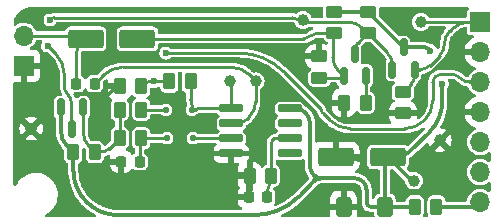
<source format=gbr>
%TF.GenerationSoftware,KiCad,Pcbnew,8.0.7*%
%TF.CreationDate,2025-01-02T14:00:46+01:00*%
%TF.ProjectId,av-to-minitel,61762d74-6f2d-46d6-996e-6974656c2e6b,v0.1*%
%TF.SameCoordinates,Original*%
%TF.FileFunction,Copper,L1,Top*%
%TF.FilePolarity,Positive*%
%FSLAX46Y46*%
G04 Gerber Fmt 4.6, Leading zero omitted, Abs format (unit mm)*
G04 Created by KiCad (PCBNEW 8.0.7) date 2025-01-02 14:00:46*
%MOMM*%
%LPD*%
G01*
G04 APERTURE LIST*
G04 Aperture macros list*
%AMRoundRect*
0 Rectangle with rounded corners*
0 $1 Rounding radius*
0 $2 $3 $4 $5 $6 $7 $8 $9 X,Y pos of 4 corners*
0 Add a 4 corners polygon primitive as box body*
4,1,4,$2,$3,$4,$5,$6,$7,$8,$9,$2,$3,0*
0 Add four circle primitives for the rounded corners*
1,1,$1+$1,$2,$3*
1,1,$1+$1,$4,$5*
1,1,$1+$1,$6,$7*
1,1,$1+$1,$8,$9*
0 Add four rect primitives between the rounded corners*
20,1,$1+$1,$2,$3,$4,$5,0*
20,1,$1+$1,$4,$5,$6,$7,0*
20,1,$1+$1,$6,$7,$8,$9,0*
20,1,$1+$1,$8,$9,$2,$3,0*%
G04 Aperture macros list end*
%TA.AperFunction,SMDPad,CuDef*%
%ADD10RoundRect,0.125000X0.125000X0.125000X-0.125000X0.125000X-0.125000X-0.125000X0.125000X-0.125000X0*%
%TD*%
%TA.AperFunction,SMDPad,CuDef*%
%ADD11RoundRect,0.225000X-0.225000X-0.250000X0.225000X-0.250000X0.225000X0.250000X-0.225000X0.250000X0*%
%TD*%
%TA.AperFunction,SMDPad,CuDef*%
%ADD12RoundRect,0.250000X0.262500X0.450000X-0.262500X0.450000X-0.262500X-0.450000X0.262500X-0.450000X0*%
%TD*%
%TA.AperFunction,SMDPad,CuDef*%
%ADD13RoundRect,0.150000X0.150000X-0.587500X0.150000X0.587500X-0.150000X0.587500X-0.150000X-0.587500X0*%
%TD*%
%TA.AperFunction,SMDPad,CuDef*%
%ADD14RoundRect,0.075000X-0.910000X-0.225000X0.910000X-0.225000X0.910000X0.225000X-0.910000X0.225000X0*%
%TD*%
%TA.AperFunction,ComponentPad*%
%ADD15C,1.000000*%
%TD*%
%TA.AperFunction,ComponentPad*%
%ADD16R,1.700000X1.700000*%
%TD*%
%TA.AperFunction,ComponentPad*%
%ADD17O,1.700000X1.700000*%
%TD*%
%TA.AperFunction,SMDPad,CuDef*%
%ADD18RoundRect,0.250000X1.250000X0.550000X-1.250000X0.550000X-1.250000X-0.550000X1.250000X-0.550000X0*%
%TD*%
%TA.AperFunction,SMDPad,CuDef*%
%ADD19RoundRect,0.250000X-0.262500X-0.450000X0.262500X-0.450000X0.262500X0.450000X-0.262500X0.450000X0*%
%TD*%
%TA.AperFunction,SMDPad,CuDef*%
%ADD20RoundRect,0.250000X0.450000X-0.262500X0.450000X0.262500X-0.450000X0.262500X-0.450000X-0.262500X0*%
%TD*%
%TA.AperFunction,SMDPad,CuDef*%
%ADD21RoundRect,0.250000X0.400000X0.600000X-0.400000X0.600000X-0.400000X-0.600000X0.400000X-0.600000X0*%
%TD*%
%TA.AperFunction,SMDPad,CuDef*%
%ADD22RoundRect,0.250000X-0.450000X0.262500X-0.450000X-0.262500X0.450000X-0.262500X0.450000X0.262500X0*%
%TD*%
%TA.AperFunction,SMDPad,CuDef*%
%ADD23RoundRect,0.150000X-0.150000X0.587500X-0.150000X-0.587500X0.150000X-0.587500X0.150000X0.587500X0*%
%TD*%
%TA.AperFunction,ViaPad*%
%ADD24C,0.600000*%
%TD*%
%TA.AperFunction,Conductor*%
%ADD25C,0.250000*%
%TD*%
%TA.AperFunction,Conductor*%
%ADD26C,0.350000*%
%TD*%
G04 APERTURE END LIST*
D10*
%TO.P,D3,1,K*%
%TO.N,Net-(D3-K)*%
X109700000Y-86000000D03*
%TO.P,D3,2,A*%
%TO.N,Net-(D3-A)*%
X107500000Y-86000000D03*
%TD*%
%TO.P,D2,1,K*%
%TO.N,Net-(D2-K)*%
X109600000Y-83600000D03*
%TO.P,D2,2,A*%
%TO.N,Net-(D2-A)*%
X107400000Y-83600000D03*
%TD*%
D11*
%TO.P,C4,1*%
%TO.N,GND*%
X103625000Y-88000000D03*
%TO.P,C4,2*%
%TO.N,Net-(D3-A)*%
X105175000Y-88000000D03*
%TD*%
D12*
%TO.P,R11,1*%
%TO.N,Net-(D2-K)*%
X109512500Y-81200000D03*
%TO.P,R11,2*%
%TO.N,minitel_sync_in*%
X107687500Y-81200000D03*
%TD*%
%TO.P,R10,1*%
%TO.N,Net-(U1-RSET)*%
X116312500Y-89200000D03*
%TO.P,R10,2*%
%TO.N,GND*%
X114487500Y-89200000D03*
%TD*%
D13*
%TO.P,Q3,1,C*%
%TO.N,Net-(Q1-C)*%
X123400000Y-78862500D03*
%TO.P,Q3,2,B*%
%TO.N,Net-(Q3-B)*%
X122450000Y-80737500D03*
%TO.P,Q3,3,E*%
%TO.N,Net-(Q3-E)*%
X124350000Y-80737500D03*
%TD*%
D14*
%TO.P,U1,1,CSYNCOUT*%
%TO.N,Net-(D2-K)*%
X112930000Y-83495000D03*
%TO.P,U1,2,COMPOSITESYNCIN*%
%TO.N,Net-(U1-COMPOSITESYNCIN)*%
X112930000Y-84765000D03*
%TO.P,U1,3,VSOUT*%
%TO.N,Net-(D3-K)*%
X112930000Y-86035000D03*
%TO.P,U1,4,GND*%
%TO.N,GND*%
X112930000Y-87305000D03*
%TO.P,U1,5,BPOUT*%
%TO.N,unconnected-(U1-BPOUT-Pad5)*%
X117870000Y-87305000D03*
%TO.P,U1,6,RSET*%
%TO.N,Net-(U1-RSET)*%
X117870000Y-86035000D03*
%TO.P,U1,7,OEOUT*%
%TO.N,unconnected-(U1-OEOUT-Pad7)*%
X117870000Y-84765000D03*
%TO.P,U1,8,VCC*%
%TO.N,+12V*%
X117870000Y-83495000D03*
%TD*%
D15*
%TO.P,TP3,1,1*%
%TO.N,Net-(U1-COMPOSITESYNCIN)*%
X115000000Y-81200000D03*
%TD*%
%TO.P,TP6,1,1*%
%TO.N,GND*%
X130600000Y-86200000D03*
%TD*%
D16*
%TO.P,J2,1,Pin_1*%
%TO.N,minitel_video_in*%
X134025000Y-76175000D03*
D17*
%TO.P,J2,2,Pin_2*%
%TO.N,GND*%
X134025000Y-78715000D03*
%TO.P,J2,3,Pin_3*%
%TO.N,minitel_sync_in*%
X134025000Y-81255000D03*
%TO.P,J2,4,Pin_4*%
%TO.N,GND*%
X134025000Y-83795000D03*
%TO.P,J2,5,Pin_5*%
%TO.N,unconnected-(J2-Pin_5-Pad5)*%
X134025000Y-86335000D03*
%TO.P,J2,6,Pin_6*%
%TO.N,unconnected-(J2-Pin_6-Pad6)*%
X134025000Y-88875000D03*
%TO.P,J2,7,Pin_7*%
%TO.N,+15V*%
X134025000Y-91415000D03*
%TD*%
D12*
%TO.P,R8,1*%
%TO.N,Net-(Q3-E)*%
X124312500Y-83000000D03*
%TO.P,R8,2*%
%TO.N,GND*%
X122487500Y-83000000D03*
%TD*%
D11*
%TO.P,C5,1*%
%TO.N,GND*%
X114425000Y-91000000D03*
%TO.P,C5,2*%
%TO.N,Net-(U1-RSET)*%
X115975000Y-91000000D03*
%TD*%
D18*
%TO.P,C3,1*%
%TO.N,Net-(Q3-B)*%
X105000000Y-77600000D03*
%TO.P,C3,2*%
%TO.N,comp_video_in*%
X100600000Y-77600000D03*
%TD*%
D16*
%TO.P,J1,1,Pin_1*%
%TO.N,GND*%
X95375000Y-79875000D03*
D17*
%TO.P,J1,2,Pin_2*%
%TO.N,comp_video_in*%
X95375000Y-77335000D03*
%TD*%
D15*
%TO.P,TP1,1,1*%
%TO.N,+12V*%
X128400000Y-89600000D03*
%TD*%
D11*
%TO.P,C2,1*%
%TO.N,comp_video_in*%
X99825000Y-81400000D03*
%TO.P,C2,2*%
%TO.N,Net-(U1-COMPOSITESYNCIN)*%
X101375000Y-81400000D03*
%TD*%
D12*
%TO.P,R1,1*%
%TO.N,+15V*%
X130312500Y-91800000D03*
%TO.P,R1,2*%
%TO.N,+12V*%
X128487500Y-91800000D03*
%TD*%
D19*
%TO.P,R2,1*%
%TO.N,+12V*%
X99575000Y-87200000D03*
%TO.P,R2,2*%
%TO.N,Net-(Q1-B)*%
X101400000Y-87200000D03*
%TD*%
D20*
%TO.P,R7,1*%
%TO.N,Net-(Q3-B)*%
X120400000Y-80912500D03*
%TO.P,R7,2*%
%TO.N,GND*%
X120400000Y-79087500D03*
%TD*%
D21*
%TO.P,D1,1,K*%
%TO.N,+12V*%
X125950000Y-91800000D03*
%TO.P,D1,2,A*%
%TO.N,GND*%
X122450000Y-91800000D03*
%TD*%
D22*
%TO.P,R4,1*%
%TO.N,+12V*%
X124475000Y-75287500D03*
%TO.P,R4,2*%
%TO.N,Net-(Q1-C)*%
X124475000Y-77112500D03*
%TD*%
%TO.P,R9,1*%
%TO.N,minitel_video_in*%
X127475000Y-82087500D03*
%TO.P,R9,2*%
%TO.N,GND*%
X127475000Y-83912500D03*
%TD*%
%TO.P,R3,1*%
%TO.N,+12V*%
X121675000Y-75287500D03*
%TO.P,R3,2*%
%TO.N,Net-(Q3-B)*%
X121675000Y-77112500D03*
%TD*%
D15*
%TO.P,TP5,1,1*%
%TO.N,minitel_video_in*%
X129000000Y-76175000D03*
%TD*%
D12*
%TO.P,R6,1*%
%TO.N,Net-(D3-A)*%
X105312500Y-86000000D03*
%TO.P,R6,2*%
%TO.N,Net-(Q1-B)*%
X103487500Y-86000000D03*
%TD*%
D15*
%TO.P,TP2,1,1*%
%TO.N,Net-(Q1-C)*%
X119000000Y-76000000D03*
%TD*%
D12*
%TO.P,R5,1*%
%TO.N,Net-(D2-A)*%
X105312500Y-83600000D03*
%TO.P,R5,2*%
%TO.N,Net-(Q1-B)*%
X103487500Y-83600000D03*
%TD*%
D23*
%TO.P,Q1,1,C*%
%TO.N,Net-(Q1-C)*%
X99450000Y-85275000D03*
%TO.P,Q1,2,B*%
%TO.N,Net-(Q1-B)*%
X100400000Y-83400000D03*
%TO.P,Q1,3,E*%
%TO.N,+12V*%
X98500000Y-83400000D03*
%TD*%
D15*
%TO.P,TP7,1,1*%
%TO.N,GND*%
X96000000Y-85200000D03*
%TD*%
D12*
%TO.P,R12,1*%
%TO.N,minitel_sync_in*%
X105312500Y-81600000D03*
%TO.P,R12,2*%
%TO.N,GND*%
X103487500Y-81600000D03*
%TD*%
D18*
%TO.P,C1,1*%
%TO.N,+12V*%
X126200000Y-87600000D03*
%TO.P,C1,2*%
%TO.N,GND*%
X121800000Y-87600000D03*
%TD*%
D13*
%TO.P,Q2,1,C*%
%TO.N,+12V*%
X127537500Y-78325000D03*
%TO.P,Q2,2,B*%
%TO.N,Net-(Q1-C)*%
X126587500Y-80200000D03*
%TO.P,Q2,3,E*%
%TO.N,minitel_video_in*%
X128487500Y-80200000D03*
%TD*%
D15*
%TO.P,TP4,1,1*%
%TO.N,Net-(D2-K)*%
X112800000Y-81200000D03*
%TD*%
D24*
%TO.N,GND*%
X130465952Y-88291750D03*
X127925952Y-75591750D03*
X117765952Y-88291750D03*
X115225952Y-85751750D03*
X110145952Y-90831750D03*
X107605952Y-90831750D03*
X107605952Y-88291750D03*
X105065952Y-90831750D03*
X97445952Y-88291750D03*
X97445952Y-85751750D03*
X97445952Y-83211750D03*
X102600000Y-88000000D03*
X113200000Y-90800000D03*
X120400000Y-78000000D03*
X121000000Y-91800000D03*
X123800000Y-87800000D03*
X102200000Y-82600000D03*
X122400000Y-90200000D03*
X113000000Y-89000000D03*
X121400000Y-83000000D03*
X121800000Y-86200000D03*
X103600000Y-89200000D03*
X111000000Y-87600000D03*
X126000000Y-84000000D03*
%TO.N,+12V*%
X130800000Y-81400000D03*
X129800000Y-78600000D03*
%TO.N,minitel_sync_in*%
X107400000Y-78800000D03*
X106400000Y-81200000D03*
%TO.N,Net-(Q1-C)*%
X97400000Y-78200000D03*
X97600000Y-76000000D03*
%TD*%
D25*
%TO.N,Net-(D3-K)*%
X110025560Y-86026419D02*
X109999141Y-86000000D01*
X112930000Y-86035000D02*
X110059748Y-86035000D01*
X109999141Y-86000000D02*
X109700000Y-86000000D01*
X110059748Y-86035000D02*
G75*
G02*
X110025561Y-86026417I4752J91300D01*
G01*
%TO.N,Net-(D2-K)*%
X109608870Y-83161103D02*
X109608431Y-83160249D01*
X109600000Y-83169973D02*
X109600000Y-83600000D01*
X110179246Y-83495000D02*
X112930000Y-83495000D01*
X109608870Y-83161103D02*
X109600000Y-83169973D01*
X109600000Y-83600000D02*
X109958417Y-83600000D01*
X110052500Y-83547500D02*
G75*
G02*
X110179246Y-83495019I126700J-126700D01*
G01*
X109512500Y-81200000D02*
X109512500Y-82764222D01*
X109983895Y-83574522D02*
G75*
G03*
X110052483Y-83547485I7605J81222D01*
G01*
X109958417Y-83600000D02*
X109983895Y-83574522D01*
X109512500Y-82764222D02*
G75*
G03*
X109608441Y-83160244I865400J22D01*
G01*
%TO.N,Net-(D2-A)*%
X105312500Y-83600000D02*
X107400000Y-83600000D01*
%TO.N,Net-(D3-A)*%
X105363151Y-86000576D02*
X107499424Y-86000576D01*
X105243750Y-86068750D02*
G75*
G02*
X105363154Y-86000587I200550J-212650D01*
G01*
X105175000Y-86234727D02*
G75*
G02*
X105243742Y-86068742I234700J27D01*
G01*
X105175000Y-88000000D02*
X105175000Y-86234727D01*
X107499424Y-86000576D02*
X107500000Y-86000000D01*
%TO.N,comp_video_in*%
X99825000Y-78923007D02*
X99825000Y-81400000D01*
X100467500Y-77732500D02*
X100212500Y-77987500D01*
X100147616Y-77335000D02*
X95375000Y-77335000D01*
X100467500Y-77467500D02*
G75*
G02*
X100467500Y-77732500I-132500J-132500D01*
G01*
X100467500Y-77467500D02*
G75*
G03*
X100147616Y-77334993I-319900J-319900D01*
G01*
X100212500Y-77987500D02*
G75*
G03*
X99825003Y-78923007I935500J-935500D01*
G01*
%TO.N,Net-(U1-COMPOSITESYNCIN)*%
X113422499Y-84765000D02*
X112930000Y-84765000D01*
X115000000Y-81200000D02*
X115000000Y-82912787D01*
X103764949Y-80000000D02*
X112951471Y-80000000D01*
X115000000Y-81200000D02*
X114400000Y-80600000D01*
X114457499Y-84222499D02*
X114263248Y-84416750D01*
X102075000Y-80700000D02*
X101375000Y-81400000D01*
X114400000Y-80600000D02*
G75*
G03*
X112951471Y-80000012I-1448500J-1448500D01*
G01*
X114263248Y-84416750D02*
G75*
G02*
X113422499Y-84764999I-840748J840750D01*
G01*
X115000000Y-82912787D02*
G75*
G02*
X114457503Y-84222503I-1852200J-13D01*
G01*
X103764949Y-80000000D02*
G75*
G03*
X102074986Y-80699986I-49J-2389900D01*
G01*
%TO.N,Net-(Q3-B)*%
X121537500Y-79179765D02*
X121537500Y-77347227D01*
X122151256Y-80912500D02*
X120600000Y-80912500D01*
X119055285Y-77600000D02*
X104800000Y-77600000D01*
X121577772Y-77112500D02*
X120232214Y-77112500D01*
X122362500Y-80650000D02*
X121993750Y-80281250D01*
X119643750Y-77356250D02*
G75*
G02*
X119055285Y-77599994I-588450J588450D01*
G01*
X122362500Y-80650000D02*
G75*
G02*
X122362500Y-80825000I-87500J-87500D01*
G01*
X121537500Y-79179765D02*
G75*
G03*
X121993740Y-80281260I1557700J-35D01*
G01*
X120232214Y-77112500D02*
G75*
G03*
X119643746Y-77356246I-14J-832200D01*
G01*
X121606250Y-77181250D02*
G75*
G03*
X121577772Y-77112566I-28450J28450D01*
G01*
X122362500Y-80825000D02*
G75*
G02*
X122151256Y-80912453I-211200J211300D01*
G01*
X121606250Y-77181250D02*
G75*
G03*
X121537511Y-77347227I165950J-165950D01*
G01*
%TO.N,GND*%
X103600000Y-89200000D02*
X103612500Y-89187500D01*
X120400000Y-78000000D02*
X120400000Y-79087500D01*
X122450000Y-91800000D02*
X121000000Y-91800000D01*
X127325628Y-84000000D02*
X126000000Y-84000000D01*
X113000000Y-89000000D02*
X114487500Y-89000000D01*
X113200000Y-90800000D02*
X114425000Y-90800000D01*
X103625000Y-88000000D02*
X103625000Y-89157322D01*
X122450000Y-91800000D02*
X122450000Y-90285355D01*
X103625000Y-88000000D02*
X102600000Y-88000000D01*
X111503596Y-87305000D02*
X112930000Y-87305000D01*
X121400000Y-83000000D02*
X122487500Y-83000000D01*
X122400000Y-90200000D02*
X122425000Y-90225000D01*
X103487500Y-81456250D02*
X103487500Y-81200000D01*
X111000000Y-87600000D02*
X111147500Y-87452500D01*
X121800000Y-87458578D02*
X121800000Y-86200000D01*
X122141421Y-87800000D02*
X123800000Y-87800000D01*
X102200000Y-82600000D02*
X103098353Y-81701646D01*
X127431250Y-83956250D02*
X127475000Y-83912500D01*
X103625000Y-89157322D02*
G75*
G02*
X103612493Y-89187493I-42700J22D01*
G01*
X111503596Y-87305000D02*
G75*
G03*
X111147501Y-87452501I4J-503600D01*
G01*
X122425000Y-90225000D02*
G75*
G02*
X122450018Y-90285355I-60400J-60400D01*
G01*
X127431250Y-83956250D02*
G75*
G02*
X127325628Y-84000012I-105650J105650D01*
G01*
X103343750Y-81600000D02*
G75*
G03*
X103098337Y-81701630I-50J-347000D01*
G01*
X121800000Y-87458578D02*
G75*
G03*
X121899994Y-87700006I341400J-22D01*
G01*
X121900000Y-87700000D02*
G75*
G03*
X122141421Y-87799991I241400J241400D01*
G01*
X103487500Y-81456250D02*
G75*
G02*
X103343750Y-81600000I-143800J50D01*
G01*
%TO.N,Net-(U1-RSET)*%
X116312500Y-86490793D02*
X116312500Y-88556250D01*
X116312500Y-88556250D02*
X116312500Y-89443750D01*
X115975000Y-90463648D02*
X115975000Y-90800000D01*
X116312500Y-89648851D02*
X116312500Y-89443750D01*
X116456250Y-86143750D02*
X116582500Y-86017500D01*
X116659748Y-86035000D02*
X117870000Y-86035000D01*
X116312500Y-89648851D02*
G75*
G02*
X116143735Y-90056235I-576200J51D01*
G01*
X116143750Y-90056250D02*
G75*
G03*
X115975020Y-90463648I407350J-407350D01*
G01*
X116617500Y-86017500D02*
G75*
G03*
X116582500Y-86017500I-17500J-17499D01*
G01*
X116617500Y-86017500D02*
G75*
G03*
X116659748Y-86035021I42300J42300D01*
G01*
X116456250Y-86143750D02*
G75*
G03*
X116312497Y-86490793I347050J-347050D01*
G01*
D26*
%TO.N,+12V*%
X100687500Y-91412500D02*
X100671015Y-91396015D01*
X127512500Y-78325000D02*
X124475000Y-75287500D01*
X129739339Y-85460659D02*
X128094974Y-87105025D01*
X126376776Y-87600000D02*
X126900000Y-87600000D01*
X125950000Y-88026776D02*
X125950000Y-91800000D01*
X124475000Y-75287500D02*
X121675000Y-75287500D01*
X128129289Y-89529289D02*
X126400000Y-87800000D01*
X125950000Y-91800000D02*
X128487500Y-91800000D01*
X119900000Y-89700000D02*
X118637500Y-90962500D01*
X114865291Y-92525000D02*
X103373312Y-92525000D01*
X99656250Y-86743750D02*
X99737500Y-86662500D01*
X123375735Y-89400000D02*
X120624264Y-89400000D01*
X98500000Y-85364860D02*
X98500000Y-83400000D01*
X99575000Y-87012500D02*
X99575000Y-87387500D01*
X99575000Y-88750000D02*
X99575000Y-87387500D01*
X119227499Y-83867500D02*
X119203248Y-83843249D01*
X99575000Y-86939904D02*
X99575000Y-87012500D01*
X125950000Y-91800000D02*
X124741421Y-91800000D01*
X118362499Y-83495000D02*
X117870000Y-83495000D01*
X124400000Y-91458578D02*
X124400000Y-90424264D01*
X119600000Y-88375735D02*
X119600000Y-84766796D01*
X127512500Y-78325000D02*
X129330545Y-78325000D01*
X130800000Y-81400000D02*
X130800000Y-82900000D01*
X128300000Y-89600000D02*
X128400000Y-89600000D01*
X99442417Y-87067417D02*
X99037500Y-86662500D01*
X129800000Y-78600000D02*
X129662500Y-78462500D01*
X118637500Y-90962500D02*
G75*
G02*
X114865291Y-92524996I-3772200J3772200D01*
G01*
X119600000Y-88375735D02*
G75*
G03*
X119900011Y-89099989I1024300J35D01*
G01*
X124100000Y-89700000D02*
G75*
G02*
X124400015Y-90424264I-724300J-724300D01*
G01*
X130800000Y-82900000D02*
G75*
G02*
X129739336Y-85460656I-3621300J0D01*
G01*
X99575000Y-87387500D02*
G75*
G03*
X99442424Y-87067410I-452700J0D01*
G01*
X128094974Y-87105025D02*
G75*
G02*
X126900000Y-87599985I-1194974J1195025D01*
G01*
X126075000Y-87725000D02*
G75*
G03*
X125949990Y-88026776I301800J-301800D01*
G01*
X119227499Y-83867500D02*
G75*
G02*
X119600002Y-84766796I-899299J-899300D01*
G01*
X128129289Y-89529289D02*
G75*
G03*
X128300000Y-89600006I170711J170689D01*
G01*
X124500000Y-91700000D02*
G75*
G03*
X124741421Y-91799991I241400J241400D01*
G01*
X99575000Y-88750000D02*
G75*
G03*
X100671021Y-91396009I3742000J0D01*
G01*
X99656250Y-86743750D02*
G75*
G03*
X99575002Y-86939904I196150J-196150D01*
G01*
X119900000Y-89100000D02*
G75*
G03*
X120624264Y-89400015I724300J724300D01*
G01*
X99442417Y-87067417D02*
G75*
G03*
X99574940Y-87012500I54883J54917D01*
G01*
X126376776Y-87600000D02*
G75*
G03*
X126075007Y-87725007I24J-426800D01*
G01*
X124100000Y-89700000D02*
G75*
G03*
X123375735Y-89399985I-724300J-724300D01*
G01*
X98500000Y-85364860D02*
G75*
G03*
X99037488Y-86662512I1835100J-40D01*
G01*
X120624264Y-89400000D02*
G75*
G03*
X119900011Y-89700011I36J-1024300D01*
G01*
X129662500Y-78462500D02*
G75*
G03*
X129330545Y-78324981I-332000J-332000D01*
G01*
X124400000Y-91458578D02*
G75*
G03*
X124499994Y-91700006I341400J-22D01*
G01*
X119900000Y-89700000D02*
G75*
G03*
X119900000Y-89100000I-300000J300000D01*
G01*
X119203248Y-83843249D02*
G75*
G03*
X118362499Y-83495001I-840748J-840751D01*
G01*
X100687500Y-91412500D02*
G75*
G03*
X103373312Y-92524995I2685800J2685800D01*
G01*
D25*
%TO.N,minitel_sync_in*%
X106400000Y-81200000D02*
X107687500Y-81200000D01*
X113546036Y-78800000D02*
X107400000Y-78800000D01*
X127610050Y-85200000D02*
X122989949Y-85200000D01*
X105512500Y-81400000D02*
X105312500Y-81600000D01*
X121300000Y-84500000D02*
X120670710Y-83870710D01*
X130000000Y-82810050D02*
X130000000Y-81282842D01*
X106400000Y-81200000D02*
X105995342Y-81200000D01*
X133118154Y-81255000D02*
X134025000Y-81255000D01*
X120529299Y-83529299D02*
X117393792Y-80393792D01*
X131536845Y-80600000D02*
X130682842Y-80600000D01*
X130000000Y-82810050D02*
G75*
G02*
X129299985Y-84499985I-2390000J50D01*
G01*
X132327500Y-80927500D02*
G75*
G03*
X133118154Y-81255019I790700J790700D01*
G01*
X120529299Y-83529299D02*
G75*
G02*
X120600006Y-83700000I-170699J-170701D01*
G01*
X132327500Y-80927500D02*
G75*
G03*
X131536845Y-80599981I-790700J-790700D01*
G01*
X130682842Y-80600000D02*
G75*
G03*
X130199987Y-80799987I-42J-682800D01*
G01*
X105995342Y-81200000D02*
G75*
G03*
X105512487Y-81399987I-42J-682800D01*
G01*
X117393792Y-80393792D02*
G75*
G03*
X113546036Y-78799989I-3847792J-3847808D01*
G01*
X120600000Y-83700000D02*
G75*
G03*
X120670714Y-83870706I241400J0D01*
G01*
X121300000Y-84500000D02*
G75*
G03*
X122989949Y-85200021I1690000J1690000D01*
G01*
X130200000Y-80800000D02*
G75*
G03*
X130000018Y-81282842I482800J-482800D01*
G01*
X129300000Y-84500000D02*
G75*
G02*
X127610050Y-85200021I-1690000J1690000D01*
G01*
%TO.N,minitel_video_in*%
X128475000Y-80662500D02*
X128475000Y-80200000D01*
X131424264Y-76975735D02*
X131612500Y-76787500D01*
X134025000Y-76175000D02*
X129000000Y-76175000D01*
X134025000Y-76175000D02*
X133091205Y-76175000D01*
X128937500Y-80200000D02*
X128475000Y-80200000D01*
X129727036Y-79872962D02*
X130575735Y-79024264D01*
X128147962Y-81452036D02*
X127525758Y-82074241D01*
X127493750Y-82087500D02*
X127475000Y-82087500D01*
X129727036Y-79872962D02*
G75*
G02*
X128937500Y-80199991I-789536J789562D01*
G01*
X133091205Y-76175000D02*
G75*
G03*
X131612498Y-76787498I-5J-2091200D01*
G01*
X128475000Y-80662500D02*
G75*
G02*
X128147968Y-81452042I-1116600J0D01*
G01*
X131000000Y-78000000D02*
G75*
G02*
X130575730Y-79024259I-1448500J0D01*
G01*
X127525758Y-82074241D02*
G75*
G02*
X127493750Y-82087525I-32058J32041D01*
G01*
X131424264Y-76975735D02*
G75*
G03*
X130999991Y-78000000I1024236J-1024265D01*
G01*
%TO.N,Net-(Q1-C)*%
X126587500Y-79871875D02*
X126587500Y-80537500D01*
X124468370Y-77105870D02*
X124018750Y-76656250D01*
X97600000Y-76000000D02*
X97700000Y-75900000D01*
X118600000Y-76000000D02*
X118800000Y-76200000D01*
X124468370Y-77119129D02*
X123638648Y-77948851D01*
X97400000Y-78200000D02*
X98093750Y-78893750D01*
X124465625Y-77112500D02*
X124137500Y-77112500D01*
X124500379Y-77119129D02*
X126116832Y-78735582D01*
X99400000Y-83033102D02*
X99400000Y-85030394D01*
X122917265Y-76200000D02*
X118800000Y-76200000D01*
X98787500Y-81554397D02*
X98787500Y-80568610D01*
X97941421Y-75800000D02*
X118117157Y-75800000D01*
X123400000Y-78525000D02*
X123400000Y-78862500D01*
X124484375Y-77112500D02*
G75*
G03*
X124468390Y-77119149I25J-22600D01*
G01*
X98093750Y-78893750D02*
G75*
G02*
X98787496Y-80568610I-1674850J-1674850D01*
G01*
X124468370Y-77119129D02*
G75*
G03*
X124465625Y-77112512I-2770J2729D01*
G01*
X123638648Y-77948851D02*
G75*
G03*
X123400000Y-78525000I576152J-576149D01*
G01*
X124465625Y-77112500D02*
G75*
G03*
X124468378Y-77105862I-25J3900D01*
G01*
X118600000Y-76000000D02*
G75*
G03*
X118117157Y-75800018I-482800J-482800D01*
G01*
X124500379Y-77119129D02*
G75*
G03*
X124484375Y-77112508I-15979J-15971D01*
G01*
X97941421Y-75800000D02*
G75*
G03*
X97699994Y-75899994I-21J-341400D01*
G01*
X126116832Y-78735582D02*
G75*
G02*
X126587506Y-79871875I-1136332J-1136318D01*
G01*
X98787500Y-81554397D02*
G75*
G03*
X99093749Y-82293751I1045600J-3D01*
G01*
X124018750Y-76656250D02*
G75*
G03*
X122917265Y-76200014I-1101450J-1101450D01*
G01*
X124468370Y-77105870D02*
G75*
G03*
X124484375Y-77112527I16030J15970D01*
G01*
X99093750Y-82293750D02*
G75*
G02*
X99399999Y-83033102I-739350J-739350D01*
G01*
%TO.N,Net-(Q1-B)*%
X103487500Y-86000000D02*
X103487500Y-83600000D01*
X100400000Y-85492893D02*
X100400000Y-83400000D01*
X103487500Y-86000000D02*
X102601278Y-86886221D01*
X100900000Y-86700000D02*
X101086221Y-86886221D01*
X101086221Y-86886221D02*
G75*
G03*
X101843750Y-87200037I757579J757521D01*
G01*
X102601278Y-86886221D02*
G75*
G02*
X101843750Y-87200037I-757578J757521D01*
G01*
X100400000Y-85492893D02*
G75*
G03*
X100899998Y-86700002I1707100J-7D01*
G01*
%TO.N,Net-(Q3-E)*%
X124331250Y-82981250D02*
X124312500Y-83000000D01*
X124350000Y-82935983D02*
X124350000Y-80737500D01*
X124350000Y-82935983D02*
G75*
G02*
X124331255Y-82981255I-64000J-17D01*
G01*
D26*
%TO.N,+15V*%
X133367763Y-91800000D02*
X130312500Y-91800000D01*
X133832500Y-91607500D02*
X134025000Y-91415000D01*
X133832500Y-91607500D02*
G75*
G02*
X133367763Y-91799985I-464700J464700D01*
G01*
D25*
%TO.N,Net-(D2-K)*%
X112930000Y-83495000D02*
X112930000Y-81421923D01*
X112865000Y-81265000D02*
X112800000Y-81200000D01*
X112865000Y-81265000D02*
G75*
G02*
X112929990Y-81421923I-156900J-156900D01*
G01*
%TD*%
%TA.AperFunction,Conductor*%
%TO.N,GND*%
G36*
X96897308Y-77730185D02*
G01*
X96943063Y-77782989D01*
X96953007Y-77852147D01*
X96928646Y-77909985D01*
X96919138Y-77922375D01*
X96919138Y-77922376D01*
X96863671Y-78056287D01*
X96863670Y-78056291D01*
X96851373Y-78149698D01*
X96844750Y-78200000D01*
X96853132Y-78263670D01*
X96863670Y-78343708D01*
X96863671Y-78343712D01*
X96919137Y-78477622D01*
X96919138Y-78477624D01*
X96919139Y-78477625D01*
X97007379Y-78592621D01*
X97122375Y-78680861D01*
X97256291Y-78736330D01*
X97386151Y-78753426D01*
X97450047Y-78781692D01*
X97457646Y-78788684D01*
X97825762Y-79156800D01*
X97830541Y-79161854D01*
X97972525Y-79320735D01*
X97981195Y-79331607D01*
X98102473Y-79502533D01*
X98109871Y-79514307D01*
X98211250Y-79697738D01*
X98217283Y-79710267D01*
X98297485Y-79903893D01*
X98302078Y-79917018D01*
X98360097Y-80118409D01*
X98363191Y-80131965D01*
X98398297Y-80338585D01*
X98399854Y-80352404D01*
X98411805Y-80565225D01*
X98412000Y-80572177D01*
X98412000Y-81612458D01*
X98412002Y-81612487D01*
X98412002Y-81647540D01*
X98436315Y-81832223D01*
X98436316Y-81832228D01*
X98436317Y-81832234D01*
X98483291Y-82007544D01*
X98484532Y-82012174D01*
X98484537Y-82012190D01*
X98555815Y-82184271D01*
X98555826Y-82184293D01*
X98579906Y-82226001D01*
X98596379Y-82293901D01*
X98573526Y-82359928D01*
X98518605Y-82403118D01*
X98472520Y-82412000D01*
X98318482Y-82412000D01*
X98237519Y-82424823D01*
X98224696Y-82426854D01*
X98111658Y-82484450D01*
X98111657Y-82484451D01*
X98111652Y-82484454D01*
X98021954Y-82574152D01*
X98021951Y-82574157D01*
X98021950Y-82574158D01*
X98004271Y-82608854D01*
X97964352Y-82687198D01*
X97949500Y-82780975D01*
X97949500Y-84019017D01*
X97957767Y-84071211D01*
X97964354Y-84112804D01*
X98021950Y-84225842D01*
X98021951Y-84225843D01*
X98021953Y-84225846D01*
X98038179Y-84242071D01*
X98071666Y-84303393D01*
X98074500Y-84329754D01*
X98074500Y-85428616D01*
X98074514Y-85428851D01*
X98074514Y-85466210D01*
X98074514Y-85491806D01*
X98100724Y-85724455D01*
X98102940Y-85744127D01*
X98102942Y-85744136D01*
X98159433Y-85991659D01*
X98159434Y-85991663D01*
X98159435Y-85991665D01*
X98165769Y-86009768D01*
X98243291Y-86231325D01*
X98243295Y-86231334D01*
X98353455Y-86460087D01*
X98353457Y-86460091D01*
X98353459Y-86460094D01*
X98402462Y-86538083D01*
X98488542Y-86675081D01*
X98488556Y-86675101D01*
X98646849Y-86873596D01*
X98689944Y-86916691D01*
X98689947Y-86916695D01*
X98775681Y-87002429D01*
X98809166Y-87063752D01*
X98812000Y-87090110D01*
X98812000Y-87697870D01*
X98812001Y-87697876D01*
X98818408Y-87757483D01*
X98868702Y-87892328D01*
X98868706Y-87892335D01*
X98954952Y-88007544D01*
X98954955Y-88007547D01*
X99065364Y-88090199D01*
X99070169Y-88093796D01*
X99070171Y-88093796D01*
X99077952Y-88098046D01*
X99077145Y-88099522D01*
X99124760Y-88135159D01*
X99149183Y-88200621D01*
X99149500Y-88209479D01*
X99149500Y-88698629D01*
X99149491Y-88698659D01*
X99149491Y-88931960D01*
X99181209Y-89294494D01*
X99244402Y-89652874D01*
X99244403Y-89652881D01*
X99260442Y-89712738D01*
X99338593Y-90004397D01*
X99338594Y-90004399D01*
X99338594Y-90004400D01*
X99341888Y-90013449D01*
X99456510Y-90328372D01*
X99463061Y-90346369D01*
X99463062Y-90346372D01*
X99527906Y-90485427D01*
X99610839Y-90663276D01*
X99616863Y-90676193D01*
X99616864Y-90676195D01*
X99735037Y-90880875D01*
X99797344Y-90988794D01*
X99798826Y-90991360D01*
X100007546Y-91289439D01*
X100007549Y-91289443D01*
X100007555Y-91289451D01*
X100119957Y-91423405D01*
X100241464Y-91568211D01*
X100241470Y-91568218D01*
X100241478Y-91568227D01*
X100241485Y-91568234D01*
X100241486Y-91568235D01*
X100343352Y-91670101D01*
X100343367Y-91670115D01*
X100350303Y-91677051D01*
X100350312Y-91677068D01*
X100386622Y-91713377D01*
X100386622Y-91713378D01*
X100517024Y-91843779D01*
X100518259Y-91844815D01*
X100799564Y-92080859D01*
X101101677Y-92292401D01*
X101101684Y-92292405D01*
X101101695Y-92292413D01*
X101374599Y-92449973D01*
X101406018Y-92468113D01*
X101454233Y-92518680D01*
X101467457Y-92587287D01*
X101441489Y-92652152D01*
X101384575Y-92692680D01*
X101344018Y-92699500D01*
X97272899Y-92699500D01*
X97205860Y-92679815D01*
X97160105Y-92627011D01*
X97150161Y-92557853D01*
X97179186Y-92494297D01*
X97216729Y-92465311D01*
X97216696Y-92465254D01*
X97217121Y-92465008D01*
X97218052Y-92464290D01*
X97220203Y-92463228D01*
X97220204Y-92463227D01*
X97220212Y-92463224D01*
X97430289Y-92341936D01*
X97622738Y-92194265D01*
X97794265Y-92022738D01*
X97941936Y-91830289D01*
X98063224Y-91620212D01*
X98156054Y-91396100D01*
X98218838Y-91161789D01*
X98250500Y-90921288D01*
X98250500Y-90678712D01*
X98249408Y-90670421D01*
X98229576Y-90519774D01*
X98218838Y-90438211D01*
X98156054Y-90203900D01*
X98155105Y-90201610D01*
X98129922Y-90140811D01*
X98063224Y-89979788D01*
X97941936Y-89769711D01*
X97828380Y-89621722D01*
X97794266Y-89577263D01*
X97794260Y-89577256D01*
X97622743Y-89405739D01*
X97622736Y-89405733D01*
X97430293Y-89258067D01*
X97430292Y-89258066D01*
X97430289Y-89258064D01*
X97220212Y-89136776D01*
X97201705Y-89129110D01*
X96996104Y-89043947D01*
X96829536Y-88999315D01*
X96761789Y-88981162D01*
X96761788Y-88981161D01*
X96761785Y-88981161D01*
X96521289Y-88949500D01*
X96521288Y-88949500D01*
X96278712Y-88949500D01*
X96278711Y-88949500D01*
X96038214Y-88981161D01*
X95803895Y-89043947D01*
X95579794Y-89136773D01*
X95579785Y-89136777D01*
X95369706Y-89258067D01*
X95177263Y-89405733D01*
X95177256Y-89405739D01*
X95005739Y-89577256D01*
X95005733Y-89577263D01*
X94858067Y-89769706D01*
X94736775Y-89979788D01*
X94735707Y-89981955D01*
X94735218Y-89982486D01*
X94734746Y-89983304D01*
X94734562Y-89983198D01*
X94688396Y-90033370D01*
X94620799Y-90051045D01*
X94554377Y-90029368D01*
X94510218Y-89975222D01*
X94500500Y-89927100D01*
X94500500Y-86062075D01*
X95491476Y-86062075D01*
X95615462Y-86128348D01*
X95803969Y-86185531D01*
X95803965Y-86185531D01*
X96000000Y-86204838D01*
X96196032Y-86185531D01*
X96384537Y-86128348D01*
X96508523Y-86062076D01*
X96508523Y-86062075D01*
X96000001Y-85553553D01*
X96000000Y-85553553D01*
X95491476Y-86062075D01*
X94500500Y-86062075D01*
X94500500Y-85200000D01*
X94995161Y-85200000D01*
X95014468Y-85396032D01*
X95071651Y-85584539D01*
X95137922Y-85708523D01*
X95137923Y-85708523D01*
X95646446Y-85200000D01*
X95646446Y-85199999D01*
X95596719Y-85150272D01*
X95750000Y-85150272D01*
X95750000Y-85249728D01*
X95788060Y-85341614D01*
X95858386Y-85411940D01*
X95950272Y-85450000D01*
X96049728Y-85450000D01*
X96141614Y-85411940D01*
X96211940Y-85341614D01*
X96250000Y-85249728D01*
X96250000Y-85199999D01*
X96353553Y-85199999D01*
X96353553Y-85200000D01*
X96862075Y-85708523D01*
X96862076Y-85708523D01*
X96928348Y-85584537D01*
X96985531Y-85396032D01*
X97004838Y-85200000D01*
X96985531Y-85003967D01*
X96928348Y-84815462D01*
X96862075Y-84691476D01*
X96353553Y-85199999D01*
X96250000Y-85199999D01*
X96250000Y-85150272D01*
X96211940Y-85058386D01*
X96141614Y-84988060D01*
X96049728Y-84950000D01*
X95950272Y-84950000D01*
X95858386Y-84988060D01*
X95788060Y-85058386D01*
X95750000Y-85150272D01*
X95596719Y-85150272D01*
X95137923Y-84691476D01*
X95071649Y-84815466D01*
X95014468Y-85003967D01*
X94995161Y-85200000D01*
X94500500Y-85200000D01*
X94500500Y-84337923D01*
X95491476Y-84337923D01*
X96000000Y-84846446D01*
X96000001Y-84846446D01*
X96508523Y-84337923D01*
X96508523Y-84337922D01*
X96384539Y-84271651D01*
X96196030Y-84214468D01*
X96196034Y-84214468D01*
X96000000Y-84195161D01*
X95803967Y-84214468D01*
X95615466Y-84271649D01*
X95491476Y-84337923D01*
X94500500Y-84337923D01*
X94500500Y-81349000D01*
X94520185Y-81281961D01*
X94572989Y-81236206D01*
X94624500Y-81225000D01*
X95125000Y-81225000D01*
X95125000Y-80308012D01*
X95182007Y-80340925D01*
X95309174Y-80375000D01*
X95440826Y-80375000D01*
X95567993Y-80340925D01*
X95625000Y-80308012D01*
X95625000Y-81225000D01*
X96272828Y-81225000D01*
X96272844Y-81224999D01*
X96332372Y-81218598D01*
X96332379Y-81218596D01*
X96467086Y-81168354D01*
X96467093Y-81168350D01*
X96582187Y-81082190D01*
X96582190Y-81082187D01*
X96668350Y-80967093D01*
X96668354Y-80967086D01*
X96718596Y-80832379D01*
X96718598Y-80832372D01*
X96724999Y-80772844D01*
X96725000Y-80772827D01*
X96725000Y-80125000D01*
X95808012Y-80125000D01*
X95840925Y-80067993D01*
X95875000Y-79940826D01*
X95875000Y-79809174D01*
X95840925Y-79682007D01*
X95808012Y-79625000D01*
X96725000Y-79625000D01*
X96725000Y-78977172D01*
X96724999Y-78977155D01*
X96718598Y-78917627D01*
X96718596Y-78917620D01*
X96668354Y-78782913D01*
X96668350Y-78782906D01*
X96582190Y-78667812D01*
X96582187Y-78667809D01*
X96467093Y-78581649D01*
X96467086Y-78581645D01*
X96332379Y-78531403D01*
X96332372Y-78531401D01*
X96272844Y-78525000D01*
X95979388Y-78525000D01*
X95912349Y-78505315D01*
X95866594Y-78452511D01*
X95856650Y-78383353D01*
X95885675Y-78319797D01*
X95914111Y-78295573D01*
X96041039Y-78216982D01*
X96041038Y-78216982D01*
X96041041Y-78216981D01*
X96191764Y-78079579D01*
X96314673Y-77916821D01*
X96383186Y-77779226D01*
X96430687Y-77727992D01*
X96494185Y-77710500D01*
X96830269Y-77710500D01*
X96897308Y-77730185D01*
G37*
%TD.AperFunction*%
%TA.AperFunction,Conductor*%
G36*
X123381778Y-89826097D02*
G01*
X123402508Y-89828139D01*
X123480386Y-89835812D01*
X123504217Y-89840553D01*
X123593177Y-89867540D01*
X123615626Y-89876839D01*
X123697610Y-89920662D01*
X123717821Y-89934167D01*
X123789727Y-89993179D01*
X123806914Y-90010366D01*
X123865843Y-90082169D01*
X123879349Y-90102381D01*
X123923171Y-90184364D01*
X123932473Y-90206820D01*
X123959459Y-90295774D01*
X123964201Y-90319614D01*
X123973902Y-90418076D01*
X123974500Y-90430234D01*
X123974500Y-91522547D01*
X123974504Y-91522620D01*
X123974504Y-91534095D01*
X124003969Y-91682256D01*
X124003971Y-91682265D01*
X124061783Y-91821848D01*
X124145708Y-91947454D01*
X124145712Y-91947459D01*
X124148796Y-91950543D01*
X124148799Y-91950547D01*
X124162801Y-91964549D01*
X124162815Y-91964575D01*
X124252534Y-92054294D01*
X124252539Y-92054298D01*
X124378144Y-92138223D01*
X124378149Y-92138225D01*
X124378152Y-92138227D01*
X124517732Y-92196037D01*
X124616993Y-92215776D01*
X124665902Y-92225503D01*
X124665903Y-92225503D01*
X124665908Y-92225504D01*
X124741444Y-92225500D01*
X124741448Y-92225500D01*
X124925501Y-92225500D01*
X124992540Y-92245185D01*
X125038295Y-92297989D01*
X125049501Y-92349500D01*
X125049501Y-92447876D01*
X125055909Y-92507485D01*
X125065115Y-92532168D01*
X125070099Y-92601860D01*
X125036613Y-92663182D01*
X124975289Y-92696667D01*
X124948933Y-92699500D01*
X123711434Y-92699500D01*
X123644395Y-92679815D01*
X123598640Y-92627011D01*
X123588924Y-92559441D01*
X123588818Y-92559431D01*
X123588861Y-92559004D01*
X123588696Y-92557853D01*
X123589357Y-92554151D01*
X123599999Y-92449986D01*
X123600000Y-92449973D01*
X123600000Y-92050000D01*
X121300001Y-92050000D01*
X121300001Y-92449986D01*
X121311182Y-92559431D01*
X121309063Y-92559647D01*
X121304601Y-92619224D01*
X121262542Y-92675016D01*
X121196996Y-92699213D01*
X121188566Y-92699500D01*
X117240420Y-92699500D01*
X117173381Y-92679815D01*
X117127626Y-92627011D01*
X117117682Y-92557853D01*
X117146707Y-92494297D01*
X117192965Y-92460940D01*
X117278719Y-92425420D01*
X117682023Y-92219927D01*
X117721010Y-92196036D01*
X117815345Y-92138227D01*
X118067960Y-91983424D01*
X118434153Y-91717370D01*
X118778342Y-91423405D01*
X118938374Y-91263374D01*
X118981633Y-91220115D01*
X119051735Y-91150013D01*
X121300000Y-91150013D01*
X121300000Y-91550000D01*
X122200000Y-91550000D01*
X122700000Y-91550000D01*
X123599999Y-91550000D01*
X123599999Y-91150028D01*
X123599998Y-91150013D01*
X123589505Y-91047302D01*
X123534358Y-90880880D01*
X123534356Y-90880875D01*
X123442315Y-90731654D01*
X123318345Y-90607684D01*
X123169124Y-90515643D01*
X123169119Y-90515641D01*
X123002697Y-90460494D01*
X123002690Y-90460493D01*
X122899986Y-90450000D01*
X122700000Y-90450000D01*
X122700000Y-91550000D01*
X122200000Y-91550000D01*
X122200000Y-90450000D01*
X122000029Y-90450000D01*
X122000012Y-90450001D01*
X121897302Y-90460494D01*
X121730880Y-90515641D01*
X121730875Y-90515643D01*
X121581654Y-90607684D01*
X121457684Y-90731654D01*
X121365643Y-90880875D01*
X121365641Y-90880880D01*
X121310494Y-91047302D01*
X121310493Y-91047309D01*
X121300000Y-91150013D01*
X119051735Y-91150013D01*
X120196567Y-90005180D01*
X120205558Y-89997031D01*
X120282174Y-89934152D01*
X120302375Y-89920653D01*
X120384370Y-89876825D01*
X120406812Y-89867529D01*
X120495781Y-89840538D01*
X120519608Y-89835798D01*
X120618079Y-89826096D01*
X120630232Y-89825500D01*
X120685427Y-89825503D01*
X120685431Y-89825501D01*
X120694453Y-89825502D01*
X120694494Y-89825500D01*
X123369621Y-89825500D01*
X123381778Y-89826097D01*
G37*
%TD.AperFunction*%
%TA.AperFunction,Conductor*%
G36*
X131542879Y-80976096D02*
G01*
X131669569Y-80988578D01*
X131693397Y-80993318D01*
X131729828Y-81004371D01*
X131809348Y-81028495D01*
X131831804Y-81037797D01*
X131938660Y-81094916D01*
X131958859Y-81108412D01*
X132057415Y-81189296D01*
X132066422Y-81197460D01*
X132106537Y-81237574D01*
X132106726Y-81237737D01*
X132131216Y-81262227D01*
X132131224Y-81262234D01*
X132271255Y-81369685D01*
X132286551Y-81381422D01*
X132286556Y-81381425D01*
X132286564Y-81381430D01*
X132456103Y-81479317D01*
X132456110Y-81479320D01*
X132456113Y-81479322D01*
X132456118Y-81479324D01*
X132456120Y-81479325D01*
X132516409Y-81504299D01*
X132637002Y-81554253D01*
X132743049Y-81582671D01*
X132822040Y-81603839D01*
X132826123Y-81604933D01*
X132914543Y-81616576D01*
X132978437Y-81644845D01*
X133009353Y-81684244D01*
X133029896Y-81725500D01*
X133085327Y-81836821D01*
X133127244Y-81892328D01*
X133208237Y-81999581D01*
X133358958Y-82136980D01*
X133358960Y-82136982D01*
X133435371Y-82184293D01*
X133532363Y-82244348D01*
X133613283Y-82275696D01*
X133668685Y-82318269D01*
X133692276Y-82384035D01*
X133676565Y-82452116D01*
X133626542Y-82500895D01*
X133600586Y-82511097D01*
X133561519Y-82521565D01*
X133561507Y-82521570D01*
X133347422Y-82621399D01*
X133347420Y-82621400D01*
X133153926Y-82756886D01*
X133153920Y-82756891D01*
X132986891Y-82923920D01*
X132986886Y-82923926D01*
X132851400Y-83117420D01*
X132851399Y-83117422D01*
X132751570Y-83331507D01*
X132751567Y-83331513D01*
X132694364Y-83544999D01*
X132694364Y-83545000D01*
X133591988Y-83545000D01*
X133559075Y-83602007D01*
X133525000Y-83729174D01*
X133525000Y-83860826D01*
X133559075Y-83987993D01*
X133591988Y-84045000D01*
X132694364Y-84045000D01*
X132751567Y-84258486D01*
X132751570Y-84258492D01*
X132851399Y-84472578D01*
X132986894Y-84666082D01*
X133153917Y-84833105D01*
X133347421Y-84968600D01*
X133561507Y-85068429D01*
X133561516Y-85068433D01*
X133600583Y-85078901D01*
X133660244Y-85115266D01*
X133690773Y-85178113D01*
X133682479Y-85247488D01*
X133637993Y-85301366D01*
X133613284Y-85314302D01*
X133532373Y-85345647D01*
X133532357Y-85345655D01*
X133358960Y-85453017D01*
X133358958Y-85453019D01*
X133208237Y-85590418D01*
X133085327Y-85753178D01*
X132994422Y-85935739D01*
X132994417Y-85935752D01*
X132938602Y-86131917D01*
X132919785Y-86334999D01*
X132919785Y-86335000D01*
X132938602Y-86538082D01*
X132994417Y-86734247D01*
X132994422Y-86734260D01*
X133085327Y-86916821D01*
X133208237Y-87079581D01*
X133358958Y-87216980D01*
X133358960Y-87216982D01*
X133458141Y-87278392D01*
X133532363Y-87324348D01*
X133722544Y-87398024D01*
X133923024Y-87435500D01*
X133923026Y-87435500D01*
X134126974Y-87435500D01*
X134126976Y-87435500D01*
X134327456Y-87398024D01*
X134517637Y-87324348D01*
X134691041Y-87216981D01*
X134691955Y-87216147D01*
X134692491Y-87215886D01*
X134695615Y-87213527D01*
X134696076Y-87214137D01*
X134754756Y-87185525D01*
X134824144Y-87193718D01*
X134878087Y-87238123D01*
X134899460Y-87304643D01*
X134899500Y-87307778D01*
X134899500Y-87902221D01*
X134879815Y-87969260D01*
X134827011Y-88015015D01*
X134757853Y-88024959D01*
X134694297Y-87995934D01*
X134691964Y-87993860D01*
X134691041Y-87993019D01*
X134691039Y-87993017D01*
X134517642Y-87885655D01*
X134517635Y-87885651D01*
X134384864Y-87834216D01*
X134327456Y-87811976D01*
X134126976Y-87774500D01*
X133923024Y-87774500D01*
X133722544Y-87811976D01*
X133722541Y-87811976D01*
X133722541Y-87811977D01*
X133532364Y-87885651D01*
X133532357Y-87885655D01*
X133358960Y-87993017D01*
X133358958Y-87993019D01*
X133208237Y-88130418D01*
X133085327Y-88293178D01*
X132994422Y-88475739D01*
X132994417Y-88475752D01*
X132938602Y-88671917D01*
X132919785Y-88874999D01*
X132919785Y-88875000D01*
X132938602Y-89078082D01*
X132994417Y-89274247D01*
X132994422Y-89274260D01*
X133085327Y-89456821D01*
X133208237Y-89619581D01*
X133358958Y-89756980D01*
X133358960Y-89756982D01*
X133398843Y-89781676D01*
X133532363Y-89864348D01*
X133722544Y-89938024D01*
X133923024Y-89975500D01*
X133923026Y-89975500D01*
X134126974Y-89975500D01*
X134126976Y-89975500D01*
X134327456Y-89938024D01*
X134517637Y-89864348D01*
X134691041Y-89756981D01*
X134691955Y-89756147D01*
X134692491Y-89755886D01*
X134695615Y-89753527D01*
X134696076Y-89754137D01*
X134754756Y-89725525D01*
X134824144Y-89733718D01*
X134878087Y-89778123D01*
X134899460Y-89844643D01*
X134899500Y-89847778D01*
X134899500Y-90442221D01*
X134879815Y-90509260D01*
X134827011Y-90555015D01*
X134757853Y-90564959D01*
X134694297Y-90535934D01*
X134691964Y-90533860D01*
X134691041Y-90533019D01*
X134691039Y-90533017D01*
X134517642Y-90425655D01*
X134517635Y-90425651D01*
X134422546Y-90388814D01*
X134327456Y-90351976D01*
X134126976Y-90314500D01*
X133923024Y-90314500D01*
X133722544Y-90351976D01*
X133722541Y-90351976D01*
X133722541Y-90351977D01*
X133532364Y-90425651D01*
X133532357Y-90425655D01*
X133358960Y-90533017D01*
X133358958Y-90533019D01*
X133208237Y-90670418D01*
X133085327Y-90833178D01*
X132994422Y-91015739D01*
X132994417Y-91015752D01*
X132938603Y-91211917D01*
X132933968Y-91261941D01*
X132908182Y-91326878D01*
X132851382Y-91367566D01*
X132810497Y-91374500D01*
X131194664Y-91374500D01*
X131127625Y-91354815D01*
X131081870Y-91302011D01*
X131071374Y-91263754D01*
X131069895Y-91250000D01*
X131069091Y-91242517D01*
X131020304Y-91111711D01*
X131018797Y-91107671D01*
X131018793Y-91107664D01*
X130932547Y-90992455D01*
X130932544Y-90992452D01*
X130817335Y-90906206D01*
X130817328Y-90906202D01*
X130682486Y-90855910D01*
X130682485Y-90855909D01*
X130682483Y-90855909D01*
X130622873Y-90849500D01*
X130622863Y-90849500D01*
X130002129Y-90849500D01*
X130002123Y-90849501D01*
X129942516Y-90855908D01*
X129807671Y-90906202D01*
X129807664Y-90906206D01*
X129692455Y-90992452D01*
X129692452Y-90992455D01*
X129606206Y-91107664D01*
X129606202Y-91107671D01*
X129555908Y-91242517D01*
X129550863Y-91289451D01*
X129549501Y-91302123D01*
X129549500Y-91302135D01*
X129549500Y-92297870D01*
X129549501Y-92297876D01*
X129555908Y-92357483D01*
X129606202Y-92492328D01*
X129606206Y-92492334D01*
X129612835Y-92501190D01*
X129637252Y-92566654D01*
X129622400Y-92634927D01*
X129572995Y-92684332D01*
X129513568Y-92699500D01*
X129286432Y-92699500D01*
X129219393Y-92679815D01*
X129173638Y-92627011D01*
X129163694Y-92557853D01*
X129187165Y-92501190D01*
X129192324Y-92494297D01*
X129193796Y-92492331D01*
X129244091Y-92357483D01*
X129250500Y-92297873D01*
X129250499Y-91302128D01*
X129244091Y-91242517D01*
X129242702Y-91238794D01*
X129193797Y-91107671D01*
X129193793Y-91107664D01*
X129107547Y-90992455D01*
X129107544Y-90992452D01*
X128992335Y-90906206D01*
X128992328Y-90906202D01*
X128857486Y-90855910D01*
X128857485Y-90855909D01*
X128857483Y-90855909D01*
X128797873Y-90849500D01*
X128797863Y-90849500D01*
X128177129Y-90849500D01*
X128177123Y-90849501D01*
X128117516Y-90855908D01*
X127982671Y-90906202D01*
X127982664Y-90906206D01*
X127867455Y-90992452D01*
X127867452Y-90992455D01*
X127781206Y-91107664D01*
X127781202Y-91107671D01*
X127730908Y-91242516D01*
X127728625Y-91263757D01*
X127701886Y-91328308D01*
X127644493Y-91368155D01*
X127605336Y-91374500D01*
X126974499Y-91374500D01*
X126907460Y-91354815D01*
X126861705Y-91302011D01*
X126850499Y-91250500D01*
X126850499Y-91152129D01*
X126850498Y-91152123D01*
X126850271Y-91150013D01*
X126844091Y-91092517D01*
X126840320Y-91082407D01*
X126793797Y-90957671D01*
X126793793Y-90957664D01*
X126707547Y-90842455D01*
X126707544Y-90842452D01*
X126592335Y-90756206D01*
X126592330Y-90756203D01*
X126456166Y-90705417D01*
X126400233Y-90663545D01*
X126375816Y-90598081D01*
X126375500Y-90589235D01*
X126375500Y-88774499D01*
X126395185Y-88707460D01*
X126447989Y-88661705D01*
X126499500Y-88650499D01*
X126597389Y-88650499D01*
X126664428Y-88670184D01*
X126685070Y-88686818D01*
X127619974Y-89621722D01*
X127653459Y-89683045D01*
X127655513Y-89695519D01*
X127663685Y-89768053D01*
X127719544Y-89927692D01*
X127719547Y-89927697D01*
X127809518Y-90070884D01*
X127809523Y-90070890D01*
X127929109Y-90190476D01*
X127929115Y-90190481D01*
X128072302Y-90280452D01*
X128072305Y-90280454D01*
X128072309Y-90280455D01*
X128072310Y-90280456D01*
X128120365Y-90297271D01*
X128231943Y-90336314D01*
X128399997Y-90355249D01*
X128400000Y-90355249D01*
X128400003Y-90355249D01*
X128568056Y-90336314D01*
X128588307Y-90329228D01*
X128727690Y-90280456D01*
X128727692Y-90280454D01*
X128727694Y-90280454D01*
X128727697Y-90280452D01*
X128870884Y-90190481D01*
X128870885Y-90190480D01*
X128870890Y-90190477D01*
X128990477Y-90070890D01*
X129022444Y-90020015D01*
X129080452Y-89927697D01*
X129080454Y-89927694D01*
X129080454Y-89927692D01*
X129080456Y-89927690D01*
X129136313Y-89768059D01*
X129136313Y-89768058D01*
X129136314Y-89768056D01*
X129155249Y-89600002D01*
X129155249Y-89599997D01*
X129136314Y-89431943D01*
X129080454Y-89272305D01*
X129080452Y-89272302D01*
X128990481Y-89129115D01*
X128990476Y-89129109D01*
X128870890Y-89009523D01*
X128870884Y-89009518D01*
X128727697Y-88919547D01*
X128727694Y-88919545D01*
X128568056Y-88863685D01*
X128400003Y-88844751D01*
X128399997Y-88844751D01*
X128231945Y-88863685D01*
X128231941Y-88863686D01*
X128182136Y-88881114D01*
X128112357Y-88884675D01*
X128053501Y-88851753D01*
X127841459Y-88639711D01*
X127807974Y-88578388D01*
X127812958Y-88508696D01*
X127829870Y-88477724D01*
X127893796Y-88392331D01*
X127944091Y-88257483D01*
X127950500Y-88197873D01*
X127950499Y-87816891D01*
X127970183Y-87749853D01*
X128008530Y-87711897D01*
X128126061Y-87638051D01*
X128126064Y-87638048D01*
X128126070Y-87638045D01*
X128311835Y-87489907D01*
X128347862Y-87453880D01*
X128347881Y-87453865D01*
X128356235Y-87445510D01*
X128356237Y-87445510D01*
X128395842Y-87405905D01*
X128439102Y-87362647D01*
X128439102Y-87362644D01*
X128448000Y-87353748D01*
X128448009Y-87353736D01*
X128739670Y-87062075D01*
X130091476Y-87062075D01*
X130215462Y-87128348D01*
X130403969Y-87185531D01*
X130403965Y-87185531D01*
X130600000Y-87204838D01*
X130796032Y-87185531D01*
X130984537Y-87128348D01*
X131108523Y-87062076D01*
X131108523Y-87062075D01*
X130600001Y-86553553D01*
X130600000Y-86553553D01*
X130091476Y-87062075D01*
X128739670Y-87062075D01*
X129419598Y-86382147D01*
X129480917Y-86348665D01*
X129550608Y-86353649D01*
X129606542Y-86395521D01*
X129625936Y-86433835D01*
X129671652Y-86584540D01*
X129737922Y-86708523D01*
X130296173Y-86150272D01*
X130350000Y-86150272D01*
X130350000Y-86249728D01*
X130388060Y-86341614D01*
X130458386Y-86411940D01*
X130550272Y-86450000D01*
X130649728Y-86450000D01*
X130741614Y-86411940D01*
X130811940Y-86341614D01*
X130850000Y-86249728D01*
X130850000Y-86199999D01*
X130953553Y-86199999D01*
X130953553Y-86200000D01*
X131462076Y-86708523D01*
X131528348Y-86584537D01*
X131585531Y-86396032D01*
X131604838Y-86200000D01*
X131585531Y-86003967D01*
X131528348Y-85815462D01*
X131462075Y-85691476D01*
X130953553Y-86199999D01*
X130850000Y-86199999D01*
X130850000Y-86150272D01*
X130811940Y-86058386D01*
X130741614Y-85988060D01*
X130649728Y-85950000D01*
X130550272Y-85950000D01*
X130458386Y-85988060D01*
X130388060Y-86058386D01*
X130350000Y-86150272D01*
X130296173Y-86150272D01*
X131108523Y-85337922D01*
X130984539Y-85271651D01*
X130796032Y-85214468D01*
X130721779Y-85207155D01*
X130656992Y-85180994D01*
X130616634Y-85123959D01*
X130613517Y-85054159D01*
X130626545Y-85021755D01*
X130771670Y-84770393D01*
X130921014Y-84450126D01*
X131041876Y-84118061D01*
X131133337Y-83776726D01*
X131194701Y-83428719D01*
X131225500Y-83076688D01*
X131225500Y-82900000D01*
X131225500Y-82838822D01*
X131225500Y-81791864D01*
X131245185Y-81724825D01*
X131251114Y-81716390D01*
X131280861Y-81677625D01*
X131336330Y-81543709D01*
X131355250Y-81400000D01*
X131336330Y-81256291D01*
X131291041Y-81146952D01*
X131283572Y-81077483D01*
X131314847Y-81015004D01*
X131374937Y-80979352D01*
X131405602Y-80975500D01*
X131530741Y-80975500D01*
X131542879Y-80976096D01*
G37*
%TD.AperFunction*%
%TA.AperFunction,Conductor*%
G36*
X120667539Y-74920185D02*
G01*
X120713294Y-74972989D01*
X120724500Y-75024500D01*
X120724500Y-75597870D01*
X120724501Y-75597876D01*
X120730909Y-75657487D01*
X120732692Y-75665031D01*
X120731375Y-75665342D01*
X120735775Y-75726858D01*
X120702291Y-75788181D01*
X120640968Y-75821666D01*
X120614609Y-75824500D01*
X119821692Y-75824500D01*
X119754653Y-75804815D01*
X119708898Y-75752011D01*
X119704650Y-75741454D01*
X119691584Y-75704114D01*
X119680456Y-75672310D01*
X119680455Y-75672307D01*
X119680452Y-75672302D01*
X119590481Y-75529115D01*
X119590476Y-75529109D01*
X119470890Y-75409523D01*
X119470884Y-75409518D01*
X119327697Y-75319547D01*
X119327694Y-75319545D01*
X119168056Y-75263685D01*
X119000003Y-75244751D01*
X118999997Y-75244751D01*
X118831943Y-75263685D01*
X118672305Y-75319545D01*
X118672302Y-75319547D01*
X118529112Y-75409520D01*
X118529105Y-75409526D01*
X118511622Y-75427009D01*
X118450298Y-75460493D01*
X118385631Y-75457259D01*
X118364974Y-75450548D01*
X118364972Y-75450547D01*
X118364971Y-75450547D01*
X118200432Y-75424496D01*
X118200430Y-75424496D01*
X118117133Y-75424500D01*
X97884429Y-75424500D01*
X97884335Y-75424505D01*
X97870825Y-75424505D01*
X97726343Y-75453238D01*
X97726104Y-75452040D01*
X97682501Y-75455611D01*
X97600001Y-75444750D01*
X97599999Y-75444750D01*
X97456291Y-75463670D01*
X97456287Y-75463671D01*
X97322377Y-75519137D01*
X97207379Y-75607379D01*
X97119137Y-75722377D01*
X97063671Y-75856287D01*
X97063670Y-75856291D01*
X97044750Y-76000000D01*
X97056043Y-76085781D01*
X97063670Y-76143708D01*
X97063671Y-76143712D01*
X97119137Y-76277622D01*
X97119138Y-76277623D01*
X97119139Y-76277625D01*
X97207379Y-76392621D01*
X97322375Y-76480861D01*
X97456291Y-76536330D01*
X97583280Y-76553048D01*
X97599999Y-76555250D01*
X97600000Y-76555250D01*
X97600001Y-76555250D01*
X97614977Y-76553278D01*
X97743709Y-76536330D01*
X97877625Y-76480861D01*
X97992621Y-76392621D01*
X98080861Y-76277625D01*
X98091455Y-76252046D01*
X98135294Y-76197645D01*
X98201588Y-76175579D01*
X98206016Y-76175500D01*
X118054119Y-76175500D01*
X118054173Y-76175503D01*
X118063190Y-76175502D01*
X118063192Y-76175503D01*
X118109057Y-76175500D01*
X118125232Y-76176559D01*
X118180539Y-76183838D01*
X118211804Y-76192214D01*
X118228531Y-76199142D01*
X118231100Y-76200206D01*
X118285504Y-76244046D01*
X118300690Y-76273812D01*
X118319543Y-76327691D01*
X118409518Y-76470884D01*
X118409523Y-76470890D01*
X118529109Y-76590476D01*
X118529115Y-76590481D01*
X118672302Y-76680452D01*
X118672305Y-76680454D01*
X118672309Y-76680455D01*
X118672310Y-76680456D01*
X118729913Y-76700612D01*
X118831943Y-76736314D01*
X118999997Y-76755249D01*
X119000000Y-76755249D01*
X119000003Y-76755249D01*
X119168056Y-76736314D01*
X119171900Y-76734969D01*
X119327690Y-76680456D01*
X119464478Y-76594506D01*
X119530450Y-76575500D01*
X119755080Y-76575500D01*
X119822119Y-76595185D01*
X119867874Y-76647989D01*
X119877818Y-76717147D01*
X119848793Y-76780703D01*
X119793397Y-76817431D01*
X119768622Y-76825480D01*
X119768611Y-76825485D01*
X119599239Y-76911783D01*
X119599225Y-76911792D01*
X119445447Y-77023518D01*
X119445439Y-77023525D01*
X119420742Y-77048221D01*
X119420728Y-77048233D01*
X119382536Y-77086425D01*
X119373520Y-77094597D01*
X119318460Y-77139781D01*
X119298255Y-77153282D01*
X119281957Y-77161994D01*
X119240836Y-77183973D01*
X119218379Y-77193275D01*
X119156077Y-77212174D01*
X119132233Y-77216916D01*
X119061284Y-77223902D01*
X119049133Y-77224499D01*
X118991315Y-77224499D01*
X118991303Y-77224500D01*
X106874499Y-77224500D01*
X106807460Y-77204815D01*
X106761705Y-77152011D01*
X106750499Y-77100500D01*
X106750499Y-77002129D01*
X106750498Y-77002123D01*
X106750497Y-77002116D01*
X106744091Y-76942517D01*
X106743083Y-76939815D01*
X106693797Y-76807671D01*
X106693793Y-76807664D01*
X106607547Y-76692455D01*
X106607544Y-76692452D01*
X106492335Y-76606206D01*
X106492328Y-76606202D01*
X106357482Y-76555908D01*
X106357483Y-76555908D01*
X106297883Y-76549501D01*
X106297881Y-76549500D01*
X106297873Y-76549500D01*
X106297864Y-76549500D01*
X103702129Y-76549500D01*
X103702123Y-76549501D01*
X103642516Y-76555908D01*
X103507671Y-76606202D01*
X103507664Y-76606206D01*
X103392455Y-76692452D01*
X103392452Y-76692455D01*
X103306206Y-76807664D01*
X103306202Y-76807671D01*
X103255908Y-76942517D01*
X103251400Y-76984451D01*
X103249501Y-77002123D01*
X103249500Y-77002135D01*
X103249500Y-78197870D01*
X103249501Y-78197876D01*
X103255908Y-78257483D01*
X103306202Y-78392328D01*
X103306206Y-78392335D01*
X103392452Y-78507544D01*
X103392455Y-78507547D01*
X103507664Y-78593793D01*
X103507671Y-78593797D01*
X103642517Y-78644091D01*
X103642516Y-78644091D01*
X103649444Y-78644835D01*
X103702127Y-78650500D01*
X106297872Y-78650499D01*
X106357483Y-78644091D01*
X106492331Y-78593796D01*
X106607546Y-78507546D01*
X106693796Y-78392331D01*
X106744091Y-78257483D01*
X106750500Y-78197873D01*
X106750500Y-78099500D01*
X106770185Y-78032461D01*
X106822989Y-77986706D01*
X106874500Y-77975500D01*
X119113487Y-77975500D01*
X119113579Y-77975493D01*
X119150328Y-77975494D01*
X119338087Y-77945759D01*
X119518883Y-77887017D01*
X119688263Y-77800715D01*
X119842057Y-77688978D01*
X119859167Y-77671866D01*
X119859174Y-77671862D01*
X119871092Y-77659944D01*
X119871093Y-77659944D01*
X119904971Y-77626066D01*
X119913959Y-77617920D01*
X119969050Y-77572709D01*
X119989232Y-77559224D01*
X120046669Y-77528523D01*
X120069119Y-77519225D01*
X120086831Y-77513852D01*
X120131426Y-77500324D01*
X120155255Y-77495584D01*
X120226219Y-77488596D01*
X120238364Y-77488000D01*
X120286196Y-77488001D01*
X120286199Y-77488000D01*
X120646871Y-77488000D01*
X120713910Y-77507685D01*
X120759665Y-77560489D01*
X120763053Y-77568667D01*
X120781202Y-77617328D01*
X120781206Y-77617335D01*
X120867452Y-77732544D01*
X120867455Y-77732547D01*
X120982664Y-77818793D01*
X120982673Y-77818798D01*
X121054293Y-77845510D01*
X121110227Y-77887380D01*
X121134645Y-77952844D01*
X121119794Y-78021117D01*
X121070389Y-78070523D01*
X121002117Y-78085376D01*
X120998359Y-78085050D01*
X120899988Y-78075000D01*
X120650000Y-78075000D01*
X120650000Y-78963500D01*
X120630315Y-79030539D01*
X120577511Y-79076294D01*
X120526000Y-79087500D01*
X120400000Y-79087500D01*
X120400000Y-79213500D01*
X120380315Y-79280539D01*
X120327511Y-79326294D01*
X120276000Y-79337500D01*
X119200001Y-79337500D01*
X119200001Y-79399986D01*
X119210494Y-79502697D01*
X119265641Y-79669119D01*
X119265643Y-79669124D01*
X119357684Y-79818345D01*
X119481654Y-79942315D01*
X119630877Y-80034356D01*
X119631924Y-80034845D01*
X119632522Y-80035371D01*
X119637025Y-80038149D01*
X119636550Y-80038917D01*
X119684368Y-80081012D01*
X119703526Y-80148204D01*
X119683317Y-80215087D01*
X119653842Y-80246498D01*
X119592452Y-80292455D01*
X119506206Y-80407664D01*
X119506202Y-80407671D01*
X119455910Y-80542513D01*
X119455909Y-80542517D01*
X119449500Y-80602127D01*
X119449500Y-80602134D01*
X119449500Y-80602135D01*
X119449500Y-81222870D01*
X119449501Y-81222876D01*
X119455908Y-81282483D01*
X119506202Y-81417328D01*
X119506206Y-81417335D01*
X119592452Y-81532544D01*
X119592455Y-81532547D01*
X119707664Y-81618793D01*
X119707671Y-81618797D01*
X119842517Y-81669091D01*
X119842516Y-81669091D01*
X119849444Y-81669835D01*
X119902127Y-81675500D01*
X120897872Y-81675499D01*
X120957483Y-81669091D01*
X121092331Y-81618796D01*
X121207546Y-81532546D01*
X121293796Y-81417331D01*
X121300260Y-81400000D01*
X121311947Y-81368667D01*
X121353818Y-81312733D01*
X121419283Y-81288316D01*
X121428129Y-81288000D01*
X121782742Y-81288000D01*
X121849781Y-81307685D01*
X121895536Y-81360489D01*
X121905215Y-81392601D01*
X121914354Y-81450304D01*
X121971950Y-81563342D01*
X121971952Y-81563344D01*
X121971954Y-81563347D01*
X122040411Y-81631804D01*
X122073896Y-81693127D01*
X122068912Y-81762819D01*
X122027040Y-81818752D01*
X121991736Y-81837190D01*
X121905884Y-81865640D01*
X121905875Y-81865643D01*
X121756654Y-81957684D01*
X121632684Y-82081654D01*
X121540643Y-82230875D01*
X121540641Y-82230880D01*
X121485494Y-82397302D01*
X121485493Y-82397309D01*
X121475000Y-82500013D01*
X121475000Y-82750000D01*
X122363500Y-82750000D01*
X122430539Y-82769685D01*
X122476294Y-82822489D01*
X122487500Y-82874000D01*
X122487500Y-83000000D01*
X122613500Y-83000000D01*
X122680539Y-83019685D01*
X122726294Y-83072489D01*
X122737500Y-83124000D01*
X122737500Y-84199999D01*
X122799972Y-84199999D01*
X122799986Y-84199998D01*
X122902697Y-84189505D01*
X123069119Y-84134358D01*
X123069124Y-84134356D01*
X123218345Y-84042315D01*
X123342315Y-83918345D01*
X123434354Y-83769126D01*
X123434842Y-83768081D01*
X123435368Y-83767482D01*
X123438149Y-83762975D01*
X123438918Y-83763449D01*
X123481007Y-83715635D01*
X123548198Y-83696473D01*
X123615082Y-83716679D01*
X123646498Y-83746157D01*
X123653591Y-83755632D01*
X123690958Y-83805548D01*
X123692455Y-83807547D01*
X123807664Y-83893793D01*
X123807671Y-83893797D01*
X123849985Y-83909579D01*
X123942517Y-83944091D01*
X124002127Y-83950500D01*
X124622872Y-83950499D01*
X124682483Y-83944091D01*
X124817331Y-83893796D01*
X124932546Y-83807546D01*
X125018796Y-83692331D01*
X125069091Y-83557483D01*
X125075500Y-83497873D01*
X125075499Y-82502128D01*
X125069091Y-82442517D01*
X125063248Y-82426852D01*
X125018797Y-82307671D01*
X125018793Y-82307664D01*
X124932547Y-82192455D01*
X124932544Y-82192452D01*
X124817335Y-82106206D01*
X124817332Y-82106205D01*
X124817331Y-82106204D01*
X124806161Y-82102038D01*
X124750231Y-82060166D01*
X124725816Y-81994701D01*
X124725500Y-81985858D01*
X124725500Y-81717254D01*
X124745185Y-81650215D01*
X124761814Y-81629577D01*
X124828050Y-81563342D01*
X124885646Y-81450304D01*
X124885646Y-81450302D01*
X124885647Y-81450301D01*
X124896282Y-81383147D01*
X124900500Y-81356519D01*
X124900499Y-80118482D01*
X124885646Y-80024696D01*
X124828050Y-79911658D01*
X124828046Y-79911654D01*
X124828045Y-79911652D01*
X124738347Y-79821954D01*
X124738344Y-79821952D01*
X124738342Y-79821950D01*
X124652184Y-79778050D01*
X124625301Y-79764352D01*
X124531524Y-79749500D01*
X124168482Y-79749500D01*
X124097649Y-79760718D01*
X124074696Y-79764354D01*
X124074695Y-79764354D01*
X124065057Y-79765881D01*
X124064736Y-79763859D01*
X124007478Y-79765489D01*
X123947649Y-79729402D01*
X123916827Y-79666698D01*
X123924799Y-79597285D01*
X123928514Y-79589300D01*
X123935646Y-79575304D01*
X123950500Y-79481519D01*
X123950499Y-78243482D01*
X123950068Y-78240762D01*
X123950203Y-78239716D01*
X123950117Y-78238620D01*
X123950347Y-78238601D01*
X123959018Y-78171470D01*
X123984854Y-78133680D01*
X124206717Y-77911817D01*
X124268040Y-77878333D01*
X124294398Y-77875499D01*
X124674349Y-77875499D01*
X124741388Y-77895184D01*
X124762030Y-77911818D01*
X125847867Y-78997655D01*
X125854477Y-79004805D01*
X125970471Y-79140618D01*
X125981908Y-79156359D01*
X126072681Y-79304488D01*
X126081514Y-79321826D01*
X126084121Y-79328120D01*
X126091590Y-79397590D01*
X126080046Y-79431865D01*
X126051853Y-79487198D01*
X126051852Y-79487200D01*
X126037000Y-79580975D01*
X126037000Y-80819017D01*
X126045440Y-80872305D01*
X126051854Y-80912804D01*
X126109450Y-81025842D01*
X126109452Y-81025844D01*
X126109454Y-81025847D01*
X126199152Y-81115545D01*
X126199154Y-81115546D01*
X126199158Y-81115550D01*
X126302791Y-81168354D01*
X126312198Y-81173147D01*
X126405975Y-81187999D01*
X126405981Y-81188000D01*
X126668200Y-81187999D01*
X126735239Y-81207683D01*
X126780994Y-81260487D01*
X126790938Y-81329646D01*
X126761913Y-81393201D01*
X126742512Y-81411265D01*
X126667452Y-81467455D01*
X126581206Y-81582664D01*
X126581202Y-81582671D01*
X126531007Y-81717254D01*
X126530909Y-81717517D01*
X126524500Y-81777127D01*
X126524500Y-81777134D01*
X126524500Y-81777135D01*
X126524500Y-82397870D01*
X126524501Y-82397876D01*
X126530908Y-82457483D01*
X126581202Y-82592328D01*
X126581206Y-82592335D01*
X126667452Y-82707544D01*
X126667455Y-82707547D01*
X126728841Y-82753501D01*
X126770712Y-82809435D01*
X126775696Y-82879126D01*
X126742210Y-82940449D01*
X126711910Y-82961664D01*
X126712025Y-82961851D01*
X126708831Y-82963820D01*
X126706936Y-82965148D01*
X126705885Y-82965637D01*
X126556654Y-83057684D01*
X126432684Y-83181654D01*
X126340643Y-83330875D01*
X126340641Y-83330880D01*
X126285494Y-83497302D01*
X126285493Y-83497309D01*
X126275000Y-83600013D01*
X126275000Y-83662500D01*
X128674999Y-83662500D01*
X128674999Y-83600028D01*
X128674998Y-83600013D01*
X128664505Y-83497302D01*
X128609358Y-83330880D01*
X128609356Y-83330875D01*
X128517315Y-83181654D01*
X128393345Y-83057684D01*
X128244121Y-82965642D01*
X128243068Y-82965151D01*
X128242466Y-82964621D01*
X128237975Y-82961851D01*
X128238448Y-82961083D01*
X128190627Y-82918981D01*
X128171473Y-82851788D01*
X128191686Y-82784906D01*
X128221154Y-82753503D01*
X128282546Y-82707546D01*
X128368796Y-82592331D01*
X128419091Y-82457483D01*
X128425500Y-82397873D01*
X128425499Y-81777128D01*
X128424893Y-81771491D01*
X128437292Y-81702731D01*
X128460498Y-81670547D01*
X128482642Y-81648404D01*
X128601708Y-81493230D01*
X128699502Y-81323842D01*
X128744178Y-81215979D01*
X128788017Y-81161577D01*
X128802435Y-81152952D01*
X128875842Y-81115550D01*
X128965550Y-81025842D01*
X129023146Y-80912804D01*
X129023146Y-80912802D01*
X129023147Y-80912801D01*
X129035148Y-80837025D01*
X129038000Y-80819019D01*
X129037999Y-80683878D01*
X129057683Y-80616840D01*
X129110487Y-80571085D01*
X129145811Y-80560941D01*
X129229211Y-80549962D01*
X129418136Y-80499340D01*
X129598838Y-80424493D01*
X129768224Y-80326700D01*
X129800367Y-80302037D01*
X129923387Y-80207644D01*
X129923389Y-80207641D01*
X129923398Y-80207635D01*
X129950530Y-80180502D01*
X129950543Y-80180492D01*
X129957597Y-80173438D01*
X129957599Y-80173437D01*
X130876209Y-79254827D01*
X130876210Y-79254824D01*
X130882460Y-79248575D01*
X130882514Y-79248512D01*
X130925783Y-79205245D01*
X131071344Y-79015551D01*
X131190900Y-78808479D01*
X131282403Y-78587574D01*
X131344290Y-78356615D01*
X131375500Y-78119553D01*
X131375500Y-78004875D01*
X131375882Y-77995146D01*
X131379769Y-77945758D01*
X131387945Y-77841864D01*
X131390987Y-77822661D01*
X131425740Y-77677905D01*
X131431752Y-77659405D01*
X131451703Y-77611238D01*
X131488720Y-77521872D01*
X131497548Y-77504546D01*
X131575339Y-77377607D01*
X131586765Y-77361881D01*
X131686712Y-77244861D01*
X131693283Y-77237752D01*
X131727955Y-77203082D01*
X131727955Y-77203081D01*
X131875182Y-77055855D01*
X131881043Y-77050366D01*
X132040649Y-76910395D01*
X132053503Y-76900533D01*
X132226596Y-76784877D01*
X132240636Y-76776770D01*
X132427358Y-76684689D01*
X132442319Y-76678492D01*
X132639461Y-76611572D01*
X132655107Y-76607379D01*
X132776312Y-76583271D01*
X132845901Y-76589498D01*
X132901078Y-76632362D01*
X132924322Y-76698251D01*
X132924500Y-76704888D01*
X132924500Y-77049678D01*
X132939032Y-77122735D01*
X132939033Y-77122739D01*
X132939034Y-77122740D01*
X132994399Y-77205601D01*
X133077260Y-77260966D01*
X133077264Y-77260967D01*
X133150321Y-77275499D01*
X133150324Y-77275500D01*
X133150326Y-77275500D01*
X133358318Y-77275500D01*
X133425357Y-77295185D01*
X133471112Y-77347989D01*
X133481056Y-77417147D01*
X133452031Y-77480703D01*
X133410723Y-77511882D01*
X133347422Y-77541399D01*
X133347420Y-77541400D01*
X133153926Y-77676886D01*
X133153920Y-77676891D01*
X132986891Y-77843920D01*
X132986886Y-77843926D01*
X132851400Y-78037420D01*
X132851399Y-78037422D01*
X132751570Y-78251507D01*
X132751567Y-78251513D01*
X132694364Y-78464999D01*
X132694364Y-78465000D01*
X133591988Y-78465000D01*
X133559075Y-78522007D01*
X133525000Y-78649174D01*
X133525000Y-78780826D01*
X133559075Y-78907993D01*
X133591988Y-78965000D01*
X132694364Y-78965000D01*
X132751567Y-79178486D01*
X132751570Y-79178492D01*
X132851399Y-79392578D01*
X132986894Y-79586082D01*
X133153917Y-79753105D01*
X133347421Y-79888600D01*
X133561507Y-79988429D01*
X133561516Y-79988433D01*
X133600583Y-79998901D01*
X133660244Y-80035266D01*
X133690773Y-80098113D01*
X133682479Y-80167488D01*
X133637993Y-80221366D01*
X133613284Y-80234302D01*
X133532373Y-80265647D01*
X133532357Y-80265655D01*
X133358960Y-80373017D01*
X133358958Y-80373019D01*
X133208237Y-80510418D01*
X133085327Y-80673178D01*
X133034258Y-80775738D01*
X132986755Y-80826975D01*
X132919092Y-80844396D01*
X132887261Y-80839126D01*
X132845651Y-80826503D01*
X132823193Y-80817200D01*
X132716342Y-80760085D01*
X132696138Y-80746585D01*
X132597585Y-80665704D01*
X132588577Y-80657539D01*
X132548600Y-80617563D01*
X132548406Y-80617395D01*
X132523783Y-80592772D01*
X132523775Y-80592765D01*
X132368451Y-80473579D01*
X132368434Y-80473568D01*
X132198896Y-80375682D01*
X132198879Y-80375674D01*
X132018003Y-80300748D01*
X131828878Y-80250066D01*
X131634756Y-80224503D01*
X131594931Y-80224502D01*
X131594899Y-80224500D01*
X131586280Y-80224500D01*
X131536861Y-80224500D01*
X131536853Y-80224499D01*
X131482871Y-80224498D01*
X131482870Y-80224498D01*
X131474247Y-80224498D01*
X131474219Y-80224500D01*
X130625799Y-80224500D01*
X130625560Y-80224514D01*
X130599568Y-80224514D01*
X130435032Y-80250565D01*
X130435020Y-80250568D01*
X130276595Y-80302037D01*
X130276585Y-80302041D01*
X130128159Y-80377663D01*
X130128146Y-80377672D01*
X129993385Y-80475580D01*
X129993377Y-80475587D01*
X129976998Y-80491966D01*
X129976974Y-80491987D01*
X129970812Y-80498150D01*
X129970756Y-80498180D01*
X129875572Y-80593366D01*
X129875568Y-80593370D01*
X129777656Y-80728140D01*
X129777651Y-80728146D01*
X129702022Y-80876585D01*
X129702020Y-80876590D01*
X129650551Y-81035015D01*
X129650548Y-81035027D01*
X129624496Y-81199566D01*
X129624500Y-81274697D01*
X129624500Y-82806558D01*
X129624305Y-82813512D01*
X129623801Y-82822489D01*
X129612219Y-83028636D01*
X129610662Y-83042453D01*
X129575151Y-83251437D01*
X129572056Y-83264993D01*
X129513374Y-83468671D01*
X129508782Y-83481796D01*
X129427656Y-83677646D01*
X129421622Y-83690174D01*
X129319085Y-83875697D01*
X129311688Y-83887470D01*
X129307199Y-83893797D01*
X129189026Y-84060345D01*
X129180361Y-84071211D01*
X129038989Y-84229406D01*
X129029156Y-84239239D01*
X128876306Y-84375833D01*
X128813201Y-84405827D01*
X128743899Y-84396942D01*
X128690401Y-84352000D01*
X128669694Y-84285270D01*
X128670321Y-84270768D01*
X128674999Y-84224981D01*
X128675000Y-84224973D01*
X128675000Y-84162500D01*
X126275001Y-84162500D01*
X126275001Y-84224986D01*
X126285494Y-84327697D01*
X126340641Y-84494119D01*
X126340643Y-84494124D01*
X126427785Y-84635403D01*
X126446225Y-84702796D01*
X126425302Y-84769459D01*
X126371660Y-84814229D01*
X126322246Y-84824500D01*
X122993441Y-84824500D01*
X122986486Y-84824305D01*
X122969017Y-84823323D01*
X122771364Y-84812219D01*
X122757547Y-84810662D01*
X122548560Y-84775150D01*
X122535004Y-84772055D01*
X122331327Y-84713374D01*
X122318202Y-84708782D01*
X122122353Y-84627656D01*
X122109825Y-84621622D01*
X121924302Y-84519085D01*
X121912536Y-84511692D01*
X121739645Y-84389019D01*
X121728788Y-84380360D01*
X121567854Y-84236540D01*
X121562801Y-84231763D01*
X121527343Y-84196306D01*
X121003402Y-83672365D01*
X120969917Y-83611042D01*
X120969466Y-83608875D01*
X120961062Y-83566625D01*
X120951798Y-83520054D01*
X120943486Y-83499986D01*
X121475001Y-83499986D01*
X121485494Y-83602697D01*
X121540641Y-83769119D01*
X121540643Y-83769124D01*
X121632684Y-83918345D01*
X121756654Y-84042315D01*
X121905875Y-84134356D01*
X121905880Y-84134358D01*
X122072302Y-84189505D01*
X122072309Y-84189506D01*
X122175019Y-84199999D01*
X122237499Y-84199998D01*
X122237500Y-84199998D01*
X122237500Y-83250000D01*
X121475001Y-83250000D01*
X121475001Y-83499986D01*
X120943486Y-83499986D01*
X120942615Y-83497883D01*
X120905297Y-83407789D01*
X120905295Y-83407786D01*
X120905294Y-83407783D01*
X120837780Y-83306743D01*
X120837776Y-83306739D01*
X120837774Y-83306736D01*
X120794817Y-83263780D01*
X120777806Y-83246769D01*
X117618701Y-80087663D01*
X117618561Y-80087540D01*
X117497698Y-79966677D01*
X117497691Y-79966670D01*
X117307865Y-79804544D01*
X117150110Y-79669809D01*
X117150098Y-79669800D01*
X116898770Y-79487200D01*
X116780301Y-79401127D01*
X116780298Y-79401125D01*
X116780291Y-79401120D01*
X116390572Y-79162299D01*
X116390561Y-79162293D01*
X116390560Y-79162292D01*
X116390556Y-79162290D01*
X115983274Y-78954769D01*
X115983260Y-78954763D01*
X115560977Y-78779846D01*
X115560970Y-78779843D01*
X115560966Y-78779842D01*
X115546104Y-78775013D01*
X119200000Y-78775013D01*
X119200000Y-78837500D01*
X120150000Y-78837500D01*
X120150000Y-78075000D01*
X119900029Y-78075000D01*
X119900012Y-78075001D01*
X119797302Y-78085494D01*
X119630880Y-78140641D01*
X119630875Y-78140643D01*
X119481654Y-78232684D01*
X119357684Y-78356654D01*
X119265643Y-78505875D01*
X119265641Y-78505880D01*
X119210494Y-78672302D01*
X119210493Y-78672309D01*
X119200000Y-78775013D01*
X115546104Y-78775013D01*
X115126234Y-78638588D01*
X114681761Y-78531877D01*
X114681753Y-78531875D01*
X114230293Y-78460369D01*
X114230287Y-78460368D01*
X114230285Y-78460368D01*
X114230281Y-78460367D01*
X114230275Y-78460367D01*
X113774596Y-78424502D01*
X113774582Y-78424501D01*
X113595472Y-78424500D01*
X113595471Y-78424500D01*
X107857026Y-78424500D01*
X107789987Y-78404815D01*
X107781547Y-78398882D01*
X107677625Y-78319139D01*
X107677624Y-78319138D01*
X107677622Y-78319137D01*
X107543712Y-78263671D01*
X107543710Y-78263670D01*
X107543709Y-78263670D01*
X107451324Y-78251507D01*
X107400001Y-78244750D01*
X107399999Y-78244750D01*
X107256291Y-78263670D01*
X107256287Y-78263671D01*
X107122377Y-78319137D01*
X107007379Y-78407379D01*
X106919137Y-78522377D01*
X106863671Y-78656287D01*
X106863670Y-78656291D01*
X106846790Y-78784508D01*
X106844750Y-78800000D01*
X106854969Y-78877623D01*
X106863670Y-78943708D01*
X106863671Y-78943712D01*
X106919137Y-79077622D01*
X106919138Y-79077624D01*
X106919139Y-79077625D01*
X107007379Y-79192621D01*
X107122375Y-79280861D01*
X107122376Y-79280861D01*
X107122377Y-79280862D01*
X107131042Y-79284451D01*
X107256291Y-79336330D01*
X107383280Y-79353048D01*
X107399999Y-79355250D01*
X107400000Y-79355250D01*
X107400001Y-79355250D01*
X107414977Y-79353278D01*
X107543709Y-79336330D01*
X107677625Y-79280861D01*
X107781540Y-79201123D01*
X107846709Y-79175930D01*
X107857026Y-79175500D01*
X113543608Y-79175500D01*
X113548477Y-79175596D01*
X113938661Y-79190928D01*
X113948332Y-79191689D01*
X114333716Y-79237305D01*
X114343291Y-79238821D01*
X114723918Y-79314534D01*
X114733349Y-79316798D01*
X115106843Y-79422136D01*
X115116072Y-79425134D01*
X115441251Y-79545100D01*
X115480153Y-79559452D01*
X115489148Y-79563178D01*
X115835137Y-79722682D01*
X115841552Y-79725639D01*
X115850223Y-79730058D01*
X116188785Y-79919662D01*
X116197069Y-79924738D01*
X116507205Y-80131965D01*
X116519732Y-80140335D01*
X116527606Y-80146056D01*
X116627114Y-80224502D01*
X116832333Y-80386283D01*
X116839737Y-80392606D01*
X117126702Y-80657874D01*
X117130212Y-80661249D01*
X120196596Y-83727633D01*
X120230081Y-83788956D01*
X120230532Y-83791119D01*
X120248205Y-83879958D01*
X120289075Y-83978618D01*
X120294717Y-83992237D01*
X120362235Y-84093275D01*
X120362234Y-84093275D01*
X120362237Y-84093278D01*
X120362238Y-84093279D01*
X120405207Y-84136244D01*
X120996306Y-84727343D01*
X121034481Y-84765519D01*
X121034481Y-84765518D01*
X121092627Y-84823666D01*
X121093089Y-84824097D01*
X121130556Y-84861565D01*
X121340592Y-85033938D01*
X121340606Y-85033949D01*
X121491912Y-85135049D01*
X121566518Y-85184900D01*
X121806147Y-85312986D01*
X122057176Y-85416969D01*
X122096344Y-85428851D01*
X122317178Y-85495844D01*
X122317180Y-85495844D01*
X122317189Y-85495847D01*
X122583680Y-85548859D01*
X122854084Y-85575497D01*
X122928677Y-85575497D01*
X122928695Y-85575500D01*
X122989941Y-85575500D01*
X123043930Y-85575501D01*
X123043933Y-85575500D01*
X127556066Y-85575500D01*
X127556069Y-85575501D01*
X127558669Y-85575500D01*
X127558737Y-85575520D01*
X127610058Y-85575519D01*
X127610058Y-85575520D01*
X127745916Y-85575517D01*
X128016322Y-85548879D01*
X128282816Y-85495866D01*
X128542830Y-85416988D01*
X128793861Y-85313004D01*
X129033491Y-85184917D01*
X129131400Y-85119495D01*
X129198074Y-85098619D01*
X129265454Y-85117103D01*
X129312145Y-85169082D01*
X129323321Y-85238052D01*
X129295436Y-85302115D01*
X129287969Y-85310280D01*
X127939710Y-86658539D01*
X127878387Y-86692024D01*
X127808695Y-86687040D01*
X127777718Y-86670125D01*
X127777421Y-86669903D01*
X127721799Y-86628264D01*
X127692330Y-86606203D01*
X127692328Y-86606202D01*
X127557482Y-86555908D01*
X127557483Y-86555908D01*
X127497883Y-86549501D01*
X127497881Y-86549500D01*
X127497873Y-86549500D01*
X127497864Y-86549500D01*
X124902129Y-86549500D01*
X124902123Y-86549501D01*
X124842516Y-86555908D01*
X124707671Y-86606202D01*
X124707664Y-86606206D01*
X124592455Y-86692452D01*
X124592452Y-86692455D01*
X124506206Y-86807664D01*
X124506202Y-86807671D01*
X124455908Y-86942517D01*
X124449501Y-87002116D01*
X124449500Y-87002135D01*
X124449500Y-88197870D01*
X124449501Y-88197876D01*
X124455908Y-88257483D01*
X124506202Y-88392328D01*
X124506206Y-88392335D01*
X124592452Y-88507544D01*
X124592455Y-88507547D01*
X124707664Y-88593793D01*
X124707671Y-88593797D01*
X124737349Y-88604866D01*
X124842517Y-88644091D01*
X124902127Y-88650500D01*
X125400500Y-88650499D01*
X125467539Y-88670183D01*
X125513294Y-88722987D01*
X125524500Y-88774499D01*
X125524500Y-90589235D01*
X125504815Y-90656274D01*
X125452011Y-90702029D01*
X125443834Y-90705417D01*
X125307669Y-90756203D01*
X125307664Y-90756206D01*
X125192455Y-90842452D01*
X125192452Y-90842455D01*
X125106206Y-90957664D01*
X125106202Y-90957671D01*
X125065682Y-91066313D01*
X125023811Y-91122247D01*
X124958347Y-91146664D01*
X124890074Y-91131812D01*
X124840668Y-91082407D01*
X124825500Y-91022980D01*
X124825500Y-90494494D01*
X124825502Y-90494453D01*
X124825502Y-90485430D01*
X124825503Y-90485427D01*
X124825502Y-90475627D01*
X124825515Y-90475581D01*
X124825513Y-90418076D01*
X124825511Y-90329227D01*
X124800700Y-90140811D01*
X124751509Y-89957244D01*
X124678779Y-89781669D01*
X124583756Y-89617088D01*
X124468064Y-89466317D01*
X124468060Y-89466313D01*
X124468057Y-89466309D01*
X124451204Y-89449457D01*
X124451201Y-89449453D01*
X124400873Y-89399125D01*
X124351375Y-89349626D01*
X124351212Y-89349485D01*
X124333678Y-89331950D01*
X124333677Y-89331949D01*
X124333674Y-89331946D01*
X124182904Y-89216256D01*
X124182900Y-89216254D01*
X124182898Y-89216252D01*
X124182892Y-89216248D01*
X124018334Y-89121237D01*
X124018317Y-89121229D01*
X123842753Y-89048505D01*
X123842751Y-89048504D01*
X123842750Y-89048504D01*
X123797978Y-89036506D01*
X123659191Y-88999315D01*
X123659183Y-88999313D01*
X123545323Y-88984320D01*
X123481427Y-88956051D01*
X123442958Y-88897725D01*
X123442129Y-88827860D01*
X123479203Y-88768638D01*
X123496416Y-88755842D01*
X123518343Y-88742317D01*
X123642315Y-88618345D01*
X123734356Y-88469124D01*
X123734358Y-88469119D01*
X123789505Y-88302697D01*
X123789506Y-88302690D01*
X123799999Y-88199986D01*
X123800000Y-88199973D01*
X123800000Y-87850000D01*
X121924000Y-87850000D01*
X121856961Y-87830315D01*
X121811206Y-87777511D01*
X121800000Y-87726000D01*
X121800000Y-87600000D01*
X121674000Y-87600000D01*
X121606961Y-87580315D01*
X121561206Y-87527511D01*
X121550000Y-87476000D01*
X121550000Y-87350000D01*
X122050000Y-87350000D01*
X123799999Y-87350000D01*
X123799999Y-87000028D01*
X123799998Y-87000013D01*
X123789505Y-86897302D01*
X123734358Y-86730880D01*
X123734356Y-86730875D01*
X123642315Y-86581654D01*
X123518345Y-86457684D01*
X123369124Y-86365643D01*
X123369119Y-86365641D01*
X123202697Y-86310494D01*
X123202690Y-86310493D01*
X123099986Y-86300000D01*
X122050000Y-86300000D01*
X122050000Y-87350000D01*
X121550000Y-87350000D01*
X121550000Y-86300000D01*
X120500028Y-86300000D01*
X120500012Y-86300001D01*
X120397302Y-86310494D01*
X120230880Y-86365641D01*
X120230868Y-86365647D01*
X120214594Y-86375685D01*
X120147202Y-86394124D01*
X120080538Y-86373200D01*
X120035770Y-86319557D01*
X120025500Y-86270145D01*
X120025500Y-84837972D01*
X120025501Y-84837959D01*
X120025501Y-84655554D01*
X120025500Y-84655540D01*
X120011671Y-84550499D01*
X119996459Y-84434958D01*
X119938873Y-84220046D01*
X119853728Y-84014490D01*
X119853725Y-84014485D01*
X119853724Y-84014482D01*
X119853723Y-84014481D01*
X119742485Y-83821812D01*
X119742481Y-83821805D01*
X119685023Y-83746924D01*
X119607037Y-83645290D01*
X119607032Y-83645284D01*
X119567985Y-83606238D01*
X119554453Y-83592706D01*
X119554449Y-83592701D01*
X119528372Y-83566625D01*
X119528372Y-83566624D01*
X119528368Y-83566621D01*
X119485115Y-83523366D01*
X119429301Y-83467552D01*
X119429294Y-83467546D01*
X119261400Y-83338717D01*
X119261394Y-83338713D01*
X119261391Y-83338711D01*
X119160855Y-83280666D01*
X119112641Y-83230100D01*
X119099918Y-83189464D01*
X119099259Y-83184455D01*
X119050747Y-83080421D01*
X118969579Y-82999253D01*
X118865545Y-82950741D01*
X118865543Y-82950740D01*
X118865544Y-82950740D01*
X118818139Y-82944500D01*
X116921867Y-82944500D01*
X116906839Y-82946478D01*
X116874455Y-82950741D01*
X116874453Y-82950742D01*
X116874451Y-82950742D01*
X116770420Y-82999253D01*
X116689253Y-83080420D01*
X116640740Y-83184456D01*
X116634500Y-83231860D01*
X116634500Y-83758132D01*
X116635138Y-83762975D01*
X116640741Y-83805545D01*
X116640742Y-83805547D01*
X116640742Y-83805548D01*
X116675440Y-83879958D01*
X116689253Y-83909579D01*
X116770421Y-83990747D01*
X116828048Y-84017619D01*
X116880484Y-84063788D01*
X116899637Y-84130982D01*
X116879422Y-84197863D01*
X116828047Y-84242380D01*
X116770422Y-84269251D01*
X116689253Y-84350420D01*
X116640740Y-84454456D01*
X116634500Y-84501860D01*
X116634500Y-85028132D01*
X116634501Y-85028138D01*
X116640741Y-85075545D01*
X116640742Y-85075547D01*
X116640742Y-85075548D01*
X116659263Y-85115266D01*
X116689253Y-85179579D01*
X116770421Y-85260747D01*
X116828048Y-85287619D01*
X116880484Y-85333788D01*
X116899637Y-85400982D01*
X116879422Y-85467863D01*
X116828047Y-85512380D01*
X116770423Y-85539251D01*
X116711241Y-85598433D01*
X116649917Y-85631917D01*
X116623560Y-85634751D01*
X116547304Y-85634751D01*
X116520748Y-85641867D01*
X116445505Y-85662028D01*
X116354231Y-85714728D01*
X116324847Y-85744116D01*
X116228907Y-85840056D01*
X116190730Y-85878232D01*
X116152154Y-85916809D01*
X116152153Y-85916810D01*
X116152152Y-85916810D01*
X116152153Y-85916811D01*
X116142526Y-85926439D01*
X116142522Y-85926443D01*
X116062379Y-86036751D01*
X116000469Y-86158252D01*
X115958332Y-86287935D01*
X115937000Y-86422611D01*
X115937000Y-88171871D01*
X115917315Y-88238910D01*
X115864511Y-88284665D01*
X115856335Y-88288052D01*
X115807667Y-88306204D01*
X115807665Y-88306205D01*
X115692455Y-88392452D01*
X115646498Y-88453842D01*
X115590563Y-88495713D01*
X115520872Y-88500696D01*
X115459549Y-88467210D01*
X115438335Y-88436909D01*
X115438149Y-88437025D01*
X115436170Y-88433816D01*
X115434845Y-88431924D01*
X115434356Y-88430877D01*
X115342315Y-88281654D01*
X115218345Y-88157684D01*
X115069124Y-88065643D01*
X115069119Y-88065641D01*
X114902697Y-88010494D01*
X114902690Y-88010493D01*
X114799986Y-88000000D01*
X114737500Y-88000000D01*
X114737500Y-90416138D01*
X114717815Y-90483177D01*
X114701181Y-90503819D01*
X114675000Y-90530000D01*
X114675000Y-90876000D01*
X114655315Y-90943039D01*
X114602511Y-90988794D01*
X114551000Y-91000000D01*
X114425000Y-91000000D01*
X114425000Y-91126000D01*
X114405315Y-91193039D01*
X114352511Y-91238794D01*
X114301000Y-91250000D01*
X113475001Y-91250000D01*
X113475001Y-91298322D01*
X113485144Y-91397607D01*
X113538452Y-91558481D01*
X113538457Y-91558492D01*
X113627424Y-91702728D01*
X113627427Y-91702732D01*
X113747267Y-91822572D01*
X113747271Y-91822575D01*
X113824096Y-91869962D01*
X113870821Y-91921910D01*
X113882042Y-91990872D01*
X113854199Y-92054954D01*
X113796130Y-92093810D01*
X113758999Y-92099500D01*
X103444488Y-92099500D01*
X103444476Y-92099499D01*
X103376360Y-92099499D01*
X103370276Y-92099350D01*
X103048798Y-92083558D01*
X103036688Y-92082365D01*
X102721332Y-92035587D01*
X102709397Y-92033213D01*
X102400147Y-91955751D01*
X102388502Y-91952219D01*
X102088325Y-91844815D01*
X102077082Y-91840158D01*
X102039902Y-91822573D01*
X101788874Y-91703846D01*
X101778151Y-91698113D01*
X101504699Y-91534213D01*
X101494582Y-91527453D01*
X101238512Y-91337540D01*
X101229105Y-91329820D01*
X101198559Y-91302135D01*
X101010637Y-91131812D01*
X100990711Y-91113752D01*
X100986303Y-91109555D01*
X100974040Y-91097292D01*
X100969865Y-91092908D01*
X100757398Y-90858490D01*
X100749684Y-90849089D01*
X100640354Y-90701677D01*
X113475000Y-90701677D01*
X113475000Y-90750000D01*
X114175000Y-90750000D01*
X114175000Y-90008862D01*
X114194685Y-89941823D01*
X114211319Y-89921181D01*
X114237500Y-89895000D01*
X114237500Y-89450000D01*
X113475001Y-89450000D01*
X113475001Y-89699986D01*
X113485494Y-89802697D01*
X113540641Y-89969119D01*
X113540643Y-89969124D01*
X113632684Y-90118346D01*
X113637161Y-90124007D01*
X113635924Y-90124984D01*
X113665321Y-90178820D01*
X113660337Y-90248512D01*
X113631836Y-90292859D01*
X113627427Y-90297267D01*
X113627424Y-90297271D01*
X113538457Y-90441507D01*
X113538452Y-90441518D01*
X113485144Y-90602393D01*
X113475000Y-90701677D01*
X100640354Y-90701677D01*
X100611874Y-90663276D01*
X100563057Y-90597454D01*
X100556300Y-90587342D01*
X100521930Y-90530000D01*
X100395231Y-90318617D01*
X100389510Y-90307914D01*
X100255549Y-90024681D01*
X100250898Y-90013449D01*
X100202018Y-89876841D01*
X100145349Y-89718463D01*
X100141824Y-89706843D01*
X100086412Y-89485624D01*
X100065698Y-89402930D01*
X100063324Y-89390996D01*
X100017355Y-89081104D01*
X100016162Y-89068993D01*
X100015155Y-89048504D01*
X100000649Y-88753215D01*
X100000500Y-88747131D01*
X100000500Y-88298322D01*
X102675001Y-88298322D01*
X102685144Y-88397607D01*
X102738452Y-88558481D01*
X102738457Y-88558492D01*
X102827424Y-88702728D01*
X102827427Y-88702732D01*
X102947267Y-88822572D01*
X102947271Y-88822575D01*
X103091507Y-88911542D01*
X103091518Y-88911547D01*
X103252393Y-88964855D01*
X103351683Y-88974999D01*
X103375000Y-88974998D01*
X103375000Y-88250000D01*
X102675001Y-88250000D01*
X102675001Y-88298322D01*
X100000500Y-88298322D01*
X100000500Y-88209479D01*
X100020185Y-88142440D01*
X100072989Y-88096685D01*
X100079416Y-88094022D01*
X100079825Y-88093797D01*
X100079831Y-88093796D01*
X100195046Y-88007546D01*
X100281296Y-87892331D01*
X100331591Y-87757483D01*
X100338000Y-87697873D01*
X100337999Y-86968396D01*
X100357683Y-86901358D01*
X100410487Y-86855603D01*
X100479646Y-86845659D01*
X100543202Y-86874684D01*
X100549680Y-86880716D01*
X100595185Y-86926221D01*
X100595206Y-86926244D01*
X100600673Y-86931710D01*
X100601380Y-86933004D01*
X100602763Y-86934519D01*
X100602773Y-86934531D01*
X100602388Y-86934851D01*
X100634164Y-86993030D01*
X100637000Y-87019399D01*
X100637000Y-87697870D01*
X100637001Y-87697876D01*
X100643408Y-87757483D01*
X100693702Y-87892328D01*
X100693706Y-87892335D01*
X100779952Y-88007544D01*
X100779955Y-88007547D01*
X100895164Y-88093793D01*
X100895171Y-88093797D01*
X100940118Y-88110561D01*
X101030017Y-88144091D01*
X101089627Y-88150500D01*
X101710372Y-88150499D01*
X101769983Y-88144091D01*
X101904831Y-88093796D01*
X102020046Y-88007546D01*
X102106296Y-87892331D01*
X102156591Y-87757483D01*
X102163000Y-87697873D01*
X102162999Y-87636164D01*
X102182683Y-87569127D01*
X102235486Y-87523371D01*
X102254899Y-87516391D01*
X102309827Y-87501672D01*
X102485046Y-87429085D01*
X102521288Y-87408158D01*
X102589187Y-87391683D01*
X102655215Y-87414532D01*
X102698408Y-87469452D01*
X102705052Y-87539005D01*
X102700998Y-87554546D01*
X102685144Y-87602390D01*
X102685144Y-87602391D01*
X102675000Y-87701677D01*
X102675000Y-87750000D01*
X103501000Y-87750000D01*
X103568039Y-87769685D01*
X103613794Y-87822489D01*
X103625000Y-87874000D01*
X103625000Y-88000000D01*
X103751000Y-88000000D01*
X103818039Y-88019685D01*
X103863794Y-88072489D01*
X103875000Y-88124000D01*
X103875000Y-88974999D01*
X103898308Y-88974999D01*
X103898322Y-88974998D01*
X103997607Y-88964855D01*
X104158481Y-88911547D01*
X104158492Y-88911542D01*
X104302728Y-88822575D01*
X104302732Y-88822572D01*
X104422573Y-88702731D01*
X104458348Y-88644731D01*
X104510296Y-88598006D01*
X104579258Y-88586783D01*
X104638194Y-88610558D01*
X104703153Y-88659186D01*
X104717843Y-88670183D01*
X104719774Y-88671628D01*
X104847886Y-88719412D01*
X104904515Y-88725500D01*
X105445484Y-88725499D01*
X105502114Y-88719412D01*
X105630226Y-88671628D01*
X105739687Y-88589687D01*
X105821628Y-88480226D01*
X105869412Y-88352114D01*
X105873448Y-88314572D01*
X105875499Y-88295501D01*
X105875499Y-88295494D01*
X105875500Y-88295485D01*
X105875499Y-87704516D01*
X105869412Y-87647886D01*
X105865741Y-87638045D01*
X105839667Y-87568139D01*
X105839502Y-87567697D01*
X111445000Y-87567697D01*
X111459800Y-87680104D01*
X111459801Y-87680108D01*
X111517736Y-87819978D01*
X111609905Y-87940094D01*
X111730021Y-88032263D01*
X111869891Y-88090198D01*
X111869895Y-88090199D01*
X111982302Y-88104999D01*
X111982317Y-88105000D01*
X112680000Y-88105000D01*
X113180000Y-88105000D01*
X113519471Y-88105000D01*
X113586510Y-88124685D01*
X113632265Y-88177489D01*
X113642209Y-88246647D01*
X113625010Y-88294097D01*
X113540643Y-88430875D01*
X113540641Y-88430880D01*
X113485494Y-88597302D01*
X113485493Y-88597309D01*
X113475000Y-88700013D01*
X113475000Y-88950000D01*
X114237500Y-88950000D01*
X114237500Y-87979843D01*
X114257185Y-87912804D01*
X114301176Y-87873523D01*
X114342263Y-87819978D01*
X114400198Y-87680108D01*
X114400199Y-87680104D01*
X114414999Y-87567697D01*
X114415000Y-87567683D01*
X114415000Y-87555000D01*
X113180000Y-87555000D01*
X113180000Y-88105000D01*
X112680000Y-88105000D01*
X112680000Y-87555000D01*
X111445000Y-87555000D01*
X111445000Y-87567697D01*
X105839502Y-87567697D01*
X105821628Y-87519774D01*
X105739687Y-87410313D01*
X105630226Y-87328372D01*
X105622444Y-87324123D01*
X105623191Y-87322753D01*
X105575232Y-87286850D01*
X105550816Y-87221385D01*
X105550500Y-87212541D01*
X105550500Y-87069663D01*
X105570185Y-87002624D01*
X105622989Y-86956869D01*
X105661248Y-86946373D01*
X105682483Y-86944091D01*
X105817331Y-86893796D01*
X105932546Y-86807546D01*
X106018796Y-86692331D01*
X106069091Y-86557483D01*
X106075500Y-86497873D01*
X106075500Y-86497845D01*
X106075678Y-86494548D01*
X106077100Y-86494624D01*
X106095185Y-86433037D01*
X106147989Y-86387282D01*
X106199500Y-86376076D01*
X107043676Y-86376076D01*
X107110715Y-86395761D01*
X107131357Y-86412395D01*
X107153789Y-86434827D01*
X107252308Y-86482989D01*
X107266375Y-86489866D01*
X107339364Y-86500500D01*
X107339370Y-86500500D01*
X107660630Y-86500500D01*
X107660636Y-86500500D01*
X107733625Y-86489866D01*
X107792759Y-86460957D01*
X107846210Y-86434827D01*
X107934827Y-86346210D01*
X107972924Y-86268280D01*
X107989866Y-86233625D01*
X108000500Y-86160636D01*
X108000500Y-85839364D01*
X107989866Y-85766375D01*
X107969371Y-85724451D01*
X107934827Y-85653789D01*
X107846210Y-85565172D01*
X107733628Y-85510135D01*
X107733626Y-85510134D01*
X107733625Y-85510134D01*
X107660636Y-85499500D01*
X107339364Y-85499500D01*
X107266375Y-85510134D01*
X107266373Y-85510134D01*
X107266371Y-85510135D01*
X107153789Y-85565172D01*
X107153787Y-85565174D01*
X107130205Y-85588757D01*
X107068882Y-85622242D01*
X107042524Y-85625076D01*
X106199499Y-85625076D01*
X106132460Y-85605391D01*
X106086705Y-85552587D01*
X106076438Y-85505395D01*
X106075900Y-85505423D01*
X106075854Y-85505429D01*
X106075853Y-85505426D01*
X106075676Y-85505436D01*
X106075499Y-85502135D01*
X106075499Y-85502128D01*
X106069091Y-85442517D01*
X106067744Y-85438906D01*
X106018797Y-85307671D01*
X106018793Y-85307664D01*
X105932547Y-85192455D01*
X105932544Y-85192452D01*
X105817335Y-85106206D01*
X105817328Y-85106202D01*
X105682486Y-85055910D01*
X105682485Y-85055909D01*
X105682483Y-85055909D01*
X105622873Y-85049500D01*
X105622863Y-85049500D01*
X105002129Y-85049500D01*
X105002123Y-85049501D01*
X104942516Y-85055908D01*
X104807671Y-85106202D01*
X104807664Y-85106206D01*
X104692455Y-85192452D01*
X104692452Y-85192455D01*
X104606206Y-85307664D01*
X104606202Y-85307671D01*
X104555908Y-85442517D01*
X104550175Y-85495846D01*
X104549501Y-85502123D01*
X104549500Y-85502135D01*
X104549500Y-86497870D01*
X104549501Y-86497876D01*
X104555908Y-86557483D01*
X104606202Y-86692328D01*
X104606203Y-86692329D01*
X104606204Y-86692331D01*
X104657416Y-86760741D01*
X104692452Y-86807543D01*
X104692455Y-86807547D01*
X104692618Y-86807669D01*
X104746857Y-86848272D01*
X104749810Y-86850482D01*
X104791682Y-86906415D01*
X104799500Y-86949749D01*
X104799500Y-87212541D01*
X104779815Y-87279580D01*
X104727011Y-87325335D01*
X104720071Y-87328209D01*
X104719769Y-87328374D01*
X104638195Y-87389439D01*
X104572730Y-87413855D01*
X104504458Y-87399002D01*
X104458347Y-87355268D01*
X104422571Y-87297266D01*
X104302732Y-87177427D01*
X104302728Y-87177424D01*
X104158492Y-87088457D01*
X104158483Y-87088453D01*
X104088447Y-87065245D01*
X104031002Y-87025472D01*
X104004180Y-86960955D01*
X104016495Y-86892180D01*
X104053140Y-86848274D01*
X104107546Y-86807546D01*
X104193796Y-86692331D01*
X104244091Y-86557483D01*
X104250500Y-86497873D01*
X104250499Y-85502128D01*
X104244091Y-85442517D01*
X104242744Y-85438906D01*
X104193797Y-85307671D01*
X104193793Y-85307664D01*
X104107547Y-85192455D01*
X104107544Y-85192452D01*
X103992334Y-85106205D01*
X103992332Y-85106204D01*
X103943665Y-85088052D01*
X103887732Y-85046180D01*
X103863316Y-84980716D01*
X103863000Y-84971871D01*
X103863000Y-84628128D01*
X103882685Y-84561089D01*
X103935489Y-84515334D01*
X103943653Y-84511951D01*
X103992331Y-84493796D01*
X104107546Y-84407546D01*
X104193796Y-84292331D01*
X104244091Y-84157483D01*
X104250500Y-84097873D01*
X104250499Y-83102128D01*
X104244091Y-83042517D01*
X104244067Y-83042453D01*
X104193797Y-82907671D01*
X104193796Y-82907670D01*
X104193796Y-82907669D01*
X104146967Y-82845114D01*
X104122551Y-82779651D01*
X104137402Y-82711378D01*
X104181139Y-82665265D01*
X104218343Y-82642317D01*
X104342315Y-82518345D01*
X104434354Y-82369126D01*
X104434842Y-82368081D01*
X104435368Y-82367482D01*
X104438149Y-82362975D01*
X104438918Y-82363449D01*
X104481007Y-82315635D01*
X104548198Y-82296473D01*
X104615082Y-82316679D01*
X104646498Y-82346157D01*
X104689219Y-82403225D01*
X104692455Y-82407547D01*
X104814769Y-82499112D01*
X104813070Y-82501381D01*
X104852264Y-82540580D01*
X104867111Y-82608854D01*
X104842690Y-82674317D01*
X104813689Y-82699445D01*
X104814769Y-82700888D01*
X104692455Y-82792452D01*
X104692452Y-82792455D01*
X104606206Y-82907664D01*
X104606202Y-82907671D01*
X104555908Y-83042517D01*
X104549782Y-83099500D01*
X104549501Y-83102123D01*
X104549500Y-83102135D01*
X104549500Y-84097870D01*
X104549501Y-84097876D01*
X104555908Y-84157483D01*
X104606202Y-84292328D01*
X104606206Y-84292335D01*
X104692452Y-84407544D01*
X104692455Y-84407547D01*
X104807664Y-84493793D01*
X104807671Y-84493797D01*
X104829292Y-84501861D01*
X104942517Y-84544091D01*
X105002127Y-84550500D01*
X105622872Y-84550499D01*
X105682483Y-84544091D01*
X105817331Y-84493796D01*
X105932546Y-84407546D01*
X106018796Y-84292331D01*
X106069091Y-84157483D01*
X106075500Y-84097873D01*
X106075500Y-84097845D01*
X106075678Y-84094548D01*
X106076934Y-84094615D01*
X106095185Y-84032461D01*
X106147989Y-83986706D01*
X106199500Y-83975500D01*
X106943100Y-83975500D01*
X107010139Y-83995185D01*
X107030781Y-84011819D01*
X107053789Y-84034827D01*
X107161572Y-84087518D01*
X107166375Y-84089866D01*
X107239364Y-84100500D01*
X107239370Y-84100500D01*
X107560630Y-84100500D01*
X107560636Y-84100500D01*
X107633625Y-84089866D01*
X107716866Y-84049172D01*
X107746210Y-84034827D01*
X107834827Y-83946210D01*
X107876568Y-83860826D01*
X107889866Y-83833625D01*
X107900500Y-83760636D01*
X107900500Y-83439364D01*
X107889866Y-83366375D01*
X107860714Y-83306743D01*
X107834827Y-83253789D01*
X107746210Y-83165172D01*
X107633628Y-83110135D01*
X107633626Y-83110134D01*
X107633625Y-83110134D01*
X107560636Y-83099500D01*
X107239364Y-83099500D01*
X107166375Y-83110134D01*
X107166373Y-83110134D01*
X107166371Y-83110135D01*
X107053789Y-83165172D01*
X107053787Y-83165174D01*
X107030781Y-83188181D01*
X106969458Y-83221666D01*
X106943100Y-83224500D01*
X106199499Y-83224500D01*
X106132460Y-83204815D01*
X106086705Y-83152011D01*
X106076562Y-83105388D01*
X106075900Y-83105423D01*
X106075854Y-83105429D01*
X106075853Y-83105426D01*
X106075676Y-83105436D01*
X106075499Y-83102135D01*
X106075499Y-83102128D01*
X106069091Y-83042517D01*
X106069067Y-83042453D01*
X106018797Y-82907671D01*
X106018793Y-82907664D01*
X105932547Y-82792455D01*
X105932544Y-82792452D01*
X105810231Y-82700888D01*
X105811930Y-82698617D01*
X105772743Y-82659435D01*
X105757886Y-82591163D01*
X105782298Y-82525697D01*
X105811311Y-82500556D01*
X105810231Y-82499112D01*
X105906754Y-82426854D01*
X105932546Y-82407546D01*
X106018796Y-82292331D01*
X106069091Y-82157483D01*
X106075500Y-82097873D01*
X106075499Y-81847020D01*
X106095183Y-81779983D01*
X106147987Y-81734228D01*
X106217146Y-81724284D01*
X106246950Y-81732460D01*
X106256291Y-81736330D01*
X106383280Y-81753048D01*
X106399999Y-81755250D01*
X106400000Y-81755250D01*
X106400001Y-81755250D01*
X106414977Y-81753278D01*
X106543709Y-81736330D01*
X106677625Y-81680861D01*
X106728825Y-81641573D01*
X106793990Y-81616380D01*
X106862435Y-81630417D01*
X106912425Y-81679231D01*
X106927599Y-81726695D01*
X106930909Y-81757483D01*
X106981202Y-81892328D01*
X106981206Y-81892335D01*
X107067452Y-82007544D01*
X107067455Y-82007547D01*
X107182664Y-82093793D01*
X107182671Y-82093797D01*
X107215942Y-82106206D01*
X107317517Y-82144091D01*
X107377127Y-82150500D01*
X107997872Y-82150499D01*
X108057483Y-82144091D01*
X108192331Y-82093796D01*
X108307546Y-82007546D01*
X108393796Y-81892331D01*
X108444091Y-81757483D01*
X108450500Y-81697873D01*
X108450499Y-80702128D01*
X108444091Y-80642517D01*
X108442474Y-80638181D01*
X108406912Y-80542833D01*
X108401928Y-80473141D01*
X108435414Y-80411818D01*
X108496737Y-80378334D01*
X108523094Y-80375500D01*
X108676906Y-80375500D01*
X108743945Y-80395185D01*
X108789700Y-80447989D01*
X108799644Y-80517147D01*
X108793088Y-80542833D01*
X108755908Y-80642517D01*
X108749875Y-80698635D01*
X108749501Y-80702123D01*
X108749500Y-80702135D01*
X108749500Y-81697870D01*
X108749501Y-81697876D01*
X108755908Y-81757483D01*
X108806202Y-81892328D01*
X108806206Y-81892335D01*
X108892452Y-82007544D01*
X108892455Y-82007547D01*
X109007664Y-82093793D01*
X109007669Y-82093796D01*
X109056332Y-82111946D01*
X109112266Y-82153816D01*
X109136684Y-82219280D01*
X109137000Y-82228128D01*
X109137000Y-82702632D01*
X109136999Y-82702650D01*
X109136999Y-82712865D01*
X109136981Y-82712926D01*
X109136989Y-82764232D01*
X109137000Y-82831694D01*
X109137001Y-82838053D01*
X109154505Y-82984629D01*
X109154506Y-82984633D01*
X109187181Y-83119507D01*
X109189267Y-83128115D01*
X109190347Y-83131643D01*
X109189348Y-83131948D01*
X109193988Y-83197174D01*
X109168617Y-83243625D01*
X109171143Y-83245429D01*
X109165171Y-83253792D01*
X109110135Y-83366371D01*
X109110134Y-83366373D01*
X109110134Y-83366375D01*
X109099500Y-83439364D01*
X109099500Y-83760636D01*
X109110134Y-83833625D01*
X109110134Y-83833626D01*
X109110135Y-83833628D01*
X109165172Y-83946210D01*
X109253789Y-84034827D01*
X109361572Y-84087518D01*
X109366375Y-84089866D01*
X109439364Y-84100500D01*
X109439370Y-84100500D01*
X109760630Y-84100500D01*
X109760636Y-84100500D01*
X109833625Y-84089866D01*
X109916866Y-84049172D01*
X109946210Y-84034827D01*
X109946210Y-84034826D01*
X109946211Y-84034826D01*
X109981194Y-83999843D01*
X110036784Y-83967748D01*
X110055596Y-83962707D01*
X110055597Y-83962706D01*
X110055603Y-83962705D01*
X110103355Y-83949910D01*
X110146813Y-83924819D01*
X110163339Y-83916845D01*
X110167934Y-83915033D01*
X110209189Y-83898771D01*
X110217652Y-83892856D01*
X110283879Y-83870593D01*
X110288678Y-83870500D01*
X111658812Y-83870500D01*
X111725851Y-83890185D01*
X111746493Y-83906819D01*
X111749253Y-83909579D01*
X111830421Y-83990747D01*
X111888048Y-84017619D01*
X111940484Y-84063788D01*
X111959637Y-84130982D01*
X111939422Y-84197863D01*
X111888047Y-84242380D01*
X111830422Y-84269251D01*
X111749253Y-84350420D01*
X111700740Y-84454456D01*
X111694500Y-84501860D01*
X111694500Y-85028132D01*
X111694501Y-85028138D01*
X111700741Y-85075545D01*
X111700742Y-85075547D01*
X111700742Y-85075548D01*
X111719263Y-85115266D01*
X111749253Y-85179579D01*
X111830421Y-85260747D01*
X111888048Y-85287619D01*
X111940484Y-85333788D01*
X111959637Y-85400982D01*
X111939422Y-85467863D01*
X111888047Y-85512380D01*
X111830422Y-85539251D01*
X111830421Y-85539252D01*
X111746493Y-85623181D01*
X111685170Y-85656666D01*
X111658812Y-85659500D01*
X110191899Y-85659500D01*
X110124860Y-85639815D01*
X110104222Y-85623185D01*
X110046211Y-85565174D01*
X110046210Y-85565173D01*
X110046209Y-85565172D01*
X109933628Y-85510135D01*
X109933626Y-85510134D01*
X109933625Y-85510134D01*
X109860636Y-85499500D01*
X109539364Y-85499500D01*
X109466375Y-85510134D01*
X109466373Y-85510134D01*
X109466371Y-85510135D01*
X109353789Y-85565172D01*
X109265172Y-85653789D01*
X109210135Y-85766371D01*
X109210134Y-85766373D01*
X109210134Y-85766375D01*
X109199500Y-85839364D01*
X109199500Y-86160636D01*
X109210134Y-86233625D01*
X109210134Y-86233626D01*
X109210135Y-86233628D01*
X109265172Y-86346210D01*
X109353789Y-86434827D01*
X109452308Y-86482989D01*
X109466375Y-86489866D01*
X109539364Y-86500500D01*
X109539370Y-86500500D01*
X109860630Y-86500500D01*
X109860636Y-86500500D01*
X109933625Y-86489866D01*
X110046211Y-86434826D01*
X110046217Y-86434819D01*
X110047949Y-86433584D01*
X110050723Y-86432619D01*
X110055442Y-86430313D01*
X110055720Y-86430883D01*
X110113947Y-86410648D01*
X110120005Y-86410500D01*
X111582676Y-86410500D01*
X111649715Y-86430185D01*
X111695470Y-86482989D01*
X111705414Y-86552147D01*
X111676389Y-86615703D01*
X111658163Y-86632875D01*
X111609907Y-86669903D01*
X111517736Y-86790021D01*
X111459801Y-86929891D01*
X111459800Y-86929895D01*
X111445000Y-87042302D01*
X111445000Y-87055000D01*
X114415000Y-87055000D01*
X114415000Y-87042316D01*
X114414999Y-87042302D01*
X114400199Y-86929895D01*
X114400198Y-86929891D01*
X114342263Y-86790021D01*
X114250094Y-86669905D01*
X114150756Y-86593680D01*
X114109554Y-86537252D01*
X114105399Y-86467506D01*
X114113858Y-86442906D01*
X114159259Y-86345545D01*
X114165500Y-86298139D01*
X114165499Y-85771862D01*
X114159259Y-85724455D01*
X114110747Y-85620421D01*
X114029579Y-85539253D01*
X114029578Y-85539252D01*
X113971954Y-85512382D01*
X113919514Y-85466210D01*
X113900362Y-85399017D01*
X113920578Y-85332135D01*
X113971954Y-85287618D01*
X114005498Y-85271976D01*
X114029579Y-85260747D01*
X114110747Y-85179579D01*
X114159259Y-85075545D01*
X114165500Y-85028139D01*
X114165499Y-85025160D01*
X114165750Y-85024306D01*
X114165765Y-85024088D01*
X114165813Y-85024091D01*
X114185174Y-84958121D01*
X114227496Y-84917761D01*
X114293552Y-84879625D01*
X114456257Y-84754777D01*
X114483596Y-84727436D01*
X114483602Y-84727432D01*
X114493809Y-84717224D01*
X114493811Y-84717224D01*
X114686694Y-84524341D01*
X114686713Y-84524330D01*
X114723021Y-84488021D01*
X114723022Y-84488022D01*
X114811485Y-84399558D01*
X114967490Y-84203934D01*
X115100610Y-83992074D01*
X115209172Y-83766640D01*
X115291811Y-83530468D01*
X115347487Y-83286529D01*
X115348148Y-83280667D01*
X115364491Y-83135609D01*
X115375501Y-83037890D01*
X115375500Y-82912784D01*
X115375500Y-82888164D01*
X115375500Y-81918946D01*
X115395185Y-81851907D01*
X115433525Y-81813954D01*
X115470890Y-81790477D01*
X115590477Y-81670890D01*
X115590695Y-81670543D01*
X115680452Y-81527697D01*
X115680454Y-81527694D01*
X115680454Y-81527692D01*
X115680456Y-81527690D01*
X115736313Y-81368059D01*
X115736313Y-81368058D01*
X115736314Y-81368056D01*
X115755249Y-81200002D01*
X115755249Y-81199997D01*
X115736314Y-81031943D01*
X115694624Y-80912801D01*
X115680456Y-80872310D01*
X115680455Y-80872309D01*
X115680454Y-80872305D01*
X115680452Y-80872302D01*
X115590481Y-80729115D01*
X115590476Y-80729109D01*
X115470890Y-80609523D01*
X115470884Y-80609518D01*
X115327697Y-80519547D01*
X115327694Y-80519545D01*
X115168056Y-80463685D01*
X115000003Y-80444751D01*
X114999996Y-80444751D01*
X114857831Y-80460769D01*
X114789010Y-80448714D01*
X114756267Y-80425230D01*
X114701846Y-80370809D01*
X114701825Y-80370771D01*
X114633094Y-80302041D01*
X114569267Y-80238214D01*
X114480579Y-80167488D01*
X114356403Y-80068461D01*
X114125872Y-79923610D01*
X113974052Y-79850499D01*
X113880570Y-79805481D01*
X113880567Y-79805480D01*
X113880563Y-79805478D01*
X113623591Y-79715562D01*
X113623583Y-79715560D01*
X113358151Y-79654979D01*
X113242197Y-79641916D01*
X113087597Y-79624499D01*
X113087593Y-79624499D01*
X112951466Y-79624500D01*
X103707966Y-79624500D01*
X103707661Y-79624518D01*
X103629102Y-79624518D01*
X103629101Y-79624518D01*
X103629099Y-79624518D01*
X103571791Y-79630161D01*
X103358690Y-79651145D01*
X103092193Y-79704151D01*
X103092187Y-79704152D01*
X102832184Y-79783021D01*
X102832182Y-79783021D01*
X102832178Y-79783023D01*
X102738188Y-79821954D01*
X102581139Y-79887004D01*
X102341517Y-80015083D01*
X102341496Y-80015095D01*
X102115590Y-80166039D01*
X102115587Y-80166042D01*
X101905553Y-80338411D01*
X101905548Y-80338416D01*
X101844439Y-80399524D01*
X101844437Y-80399526D01*
X101809481Y-80434481D01*
X101789635Y-80454328D01*
X101605781Y-80638181D01*
X101544458Y-80671666D01*
X101518100Y-80674500D01*
X101104518Y-80674500D01*
X101104509Y-80674501D01*
X101047885Y-80680587D01*
X100919773Y-80728372D01*
X100810313Y-80810313D01*
X100728372Y-80919773D01*
X100716181Y-80952459D01*
X100674310Y-81008392D01*
X100608845Y-81032808D01*
X100540572Y-81017956D01*
X100491167Y-80968550D01*
X100483819Y-80952459D01*
X100471628Y-80919774D01*
X100389687Y-80810313D01*
X100280226Y-80728372D01*
X100272444Y-80724123D01*
X100273191Y-80722753D01*
X100225232Y-80686850D01*
X100200816Y-80621385D01*
X100200500Y-80612541D01*
X100200500Y-78927880D01*
X100200882Y-78918152D01*
X100204071Y-78877625D01*
X100211400Y-78784500D01*
X100214442Y-78765294D01*
X100219183Y-78745549D01*
X100253975Y-78684958D01*
X100316002Y-78652795D01*
X100339756Y-78650499D01*
X101897871Y-78650499D01*
X101897872Y-78650499D01*
X101957483Y-78644091D01*
X102092331Y-78593796D01*
X102207546Y-78507546D01*
X102293796Y-78392331D01*
X102344091Y-78257483D01*
X102350500Y-78197873D01*
X102350499Y-77002128D01*
X102344091Y-76942517D01*
X102343083Y-76939815D01*
X102293797Y-76807671D01*
X102293793Y-76807664D01*
X102207547Y-76692455D01*
X102207544Y-76692452D01*
X102092335Y-76606206D01*
X102092328Y-76606202D01*
X101957482Y-76555908D01*
X101957483Y-76555908D01*
X101897883Y-76549501D01*
X101897881Y-76549500D01*
X101897873Y-76549500D01*
X101897864Y-76549500D01*
X99302129Y-76549500D01*
X99302123Y-76549501D01*
X99242516Y-76555908D01*
X99107671Y-76606202D01*
X99107664Y-76606206D01*
X98992455Y-76692452D01*
X98992452Y-76692455D01*
X98906206Y-76807664D01*
X98906202Y-76807671D01*
X98879661Y-76878833D01*
X98837790Y-76934767D01*
X98772325Y-76959184D01*
X98763479Y-76959500D01*
X96494185Y-76959500D01*
X96427146Y-76939815D01*
X96383186Y-76890774D01*
X96314673Y-76753179D01*
X96193206Y-76592330D01*
X96191762Y-76590418D01*
X96041041Y-76453019D01*
X96041039Y-76453017D01*
X95867642Y-76345655D01*
X95867635Y-76345651D01*
X95752686Y-76301120D01*
X95677456Y-76271976D01*
X95476976Y-76234500D01*
X95273024Y-76234500D01*
X95072544Y-76271976D01*
X95072541Y-76271976D01*
X95072541Y-76271977D01*
X94882364Y-76345651D01*
X94882357Y-76345655D01*
X94708960Y-76453017D01*
X94704385Y-76456473D01*
X94703171Y-76454865D01*
X94648442Y-76481535D01*
X94579056Y-76473325D01*
X94525124Y-76428906D01*
X94503768Y-76362380D01*
X94504045Y-76350431D01*
X94504387Y-76345651D01*
X94515130Y-76195436D01*
X94517646Y-76177938D01*
X94559356Y-75986199D01*
X94564333Y-75969248D01*
X94632911Y-75785385D01*
X94640259Y-75769298D01*
X94675852Y-75704114D01*
X94734291Y-75597089D01*
X94743845Y-75582221D01*
X94861448Y-75425123D01*
X94873020Y-75411769D01*
X95011769Y-75273020D01*
X95025123Y-75261448D01*
X95182221Y-75143845D01*
X95197089Y-75134291D01*
X95369298Y-75040258D01*
X95385385Y-75032911D01*
X95569248Y-74964333D01*
X95586199Y-74959356D01*
X95777938Y-74917646D01*
X95795436Y-74915130D01*
X95995582Y-74900816D01*
X96004428Y-74900500D01*
X96065892Y-74900500D01*
X120600500Y-74900500D01*
X120667539Y-74920185D01*
G37*
%TD.AperFunction*%
%TA.AperFunction,Conductor*%
G36*
X119093834Y-87779006D02*
G01*
X119149767Y-87820878D01*
X119174184Y-87886342D01*
X119174500Y-87895188D01*
X119174500Y-88306288D01*
X119174497Y-88306334D01*
X119174497Y-88324376D01*
X119174484Y-88324420D01*
X119174488Y-88470769D01*
X119199299Y-88659186D01*
X119199300Y-88659190D01*
X119248493Y-88842763D01*
X119321213Y-89018318D01*
X119321224Y-89018340D01*
X119416235Y-89182898D01*
X119416246Y-89182915D01*
X119523321Y-89322456D01*
X119548516Y-89387625D01*
X119534478Y-89456070D01*
X119512627Y-89485624D01*
X118379885Y-90618367D01*
X118379884Y-90618368D01*
X118338349Y-90659902D01*
X118334840Y-90663276D01*
X118057146Y-90919973D01*
X118049743Y-90926296D01*
X117754678Y-91158907D01*
X117746801Y-91164630D01*
X117434402Y-91373368D01*
X117426100Y-91378456D01*
X117098274Y-91562047D01*
X117089599Y-91566467D01*
X116748386Y-91723768D01*
X116739387Y-91727495D01*
X116714569Y-91736650D01*
X116644860Y-91741384D01*
X116583658Y-91707678D01*
X116550394Y-91646235D01*
X116555629Y-91576561D01*
X116572383Y-91546009D01*
X116621628Y-91480226D01*
X116669412Y-91352114D01*
X116672125Y-91326878D01*
X116675499Y-91295501D01*
X116675499Y-91295494D01*
X116675500Y-91295485D01*
X116675499Y-90704516D01*
X116669412Y-90647886D01*
X116621628Y-90519774D01*
X116539687Y-90410313D01*
X116539685Y-90410311D01*
X116539684Y-90410310D01*
X116520767Y-90396149D01*
X116478896Y-90340215D01*
X116473912Y-90270524D01*
X116494760Y-90223998D01*
X116511027Y-90201608D01*
X116566357Y-90158946D01*
X116611342Y-90150499D01*
X116622871Y-90150499D01*
X116622872Y-90150499D01*
X116682483Y-90144091D01*
X116817331Y-90093796D01*
X116932546Y-90007546D01*
X117018796Y-89892331D01*
X117069091Y-89757483D01*
X117075500Y-89697873D01*
X117075499Y-88702128D01*
X117069091Y-88642517D01*
X117068044Y-88639711D01*
X117018797Y-88507671D01*
X117018793Y-88507664D01*
X116932547Y-88392455D01*
X116932544Y-88392452D01*
X116817334Y-88306205D01*
X116817332Y-88306204D01*
X116768665Y-88288052D01*
X116712732Y-88246180D01*
X116688316Y-88180716D01*
X116688000Y-88171871D01*
X116688000Y-87956954D01*
X116707685Y-87889915D01*
X116760489Y-87844160D01*
X116829647Y-87834216D01*
X116864405Y-87844572D01*
X116874455Y-87849259D01*
X116921861Y-87855500D01*
X118818138Y-87855499D01*
X118865545Y-87849259D01*
X118969579Y-87800747D01*
X118969580Y-87800746D01*
X118978465Y-87794525D01*
X118980713Y-87797735D01*
X119024142Y-87774022D01*
X119093834Y-87779006D01*
G37*
%TD.AperFunction*%
%TA.AperFunction,Conductor*%
G36*
X102394334Y-81014216D02*
G01*
X102450267Y-81056088D01*
X102474684Y-81121552D01*
X102475000Y-81130398D01*
X102475000Y-81350000D01*
X103363500Y-81350000D01*
X103430539Y-81369685D01*
X103476294Y-81422489D01*
X103487500Y-81474000D01*
X103487500Y-81726000D01*
X103467815Y-81793039D01*
X103415011Y-81838794D01*
X103363500Y-81850000D01*
X102475001Y-81850000D01*
X102475001Y-82099986D01*
X102485494Y-82202697D01*
X102540641Y-82369119D01*
X102540643Y-82369124D01*
X102632684Y-82518345D01*
X102756656Y-82642317D01*
X102793861Y-82665265D01*
X102840586Y-82717213D01*
X102851809Y-82786175D01*
X102828032Y-82845114D01*
X102824001Y-82850500D01*
X102781204Y-82907669D01*
X102781202Y-82907671D01*
X102730908Y-83042517D01*
X102724782Y-83099500D01*
X102724501Y-83102123D01*
X102724500Y-83102135D01*
X102724500Y-84097870D01*
X102724501Y-84097876D01*
X102730908Y-84157483D01*
X102781202Y-84292328D01*
X102781206Y-84292335D01*
X102867452Y-84407544D01*
X102867455Y-84407547D01*
X102982664Y-84493793D01*
X102982669Y-84493796D01*
X103031332Y-84511946D01*
X103087266Y-84553816D01*
X103111684Y-84619280D01*
X103112000Y-84628128D01*
X103112000Y-84971871D01*
X103092315Y-85038910D01*
X103039511Y-85084665D01*
X103031335Y-85088052D01*
X102982667Y-85106204D01*
X102982665Y-85106205D01*
X102867455Y-85192452D01*
X102867452Y-85192455D01*
X102781206Y-85307664D01*
X102781202Y-85307671D01*
X102730908Y-85442517D01*
X102725175Y-85495846D01*
X102724501Y-85502123D01*
X102724500Y-85502135D01*
X102724500Y-86180599D01*
X102704815Y-86247638D01*
X102688181Y-86268280D01*
X102378268Y-86578192D01*
X102378236Y-86578221D01*
X102340048Y-86616411D01*
X102331042Y-86624575D01*
X102326548Y-86628264D01*
X102262241Y-86655585D01*
X102193372Y-86643801D01*
X102141807Y-86596655D01*
X102131690Y-86575753D01*
X102106297Y-86507671D01*
X102106293Y-86507664D01*
X102020047Y-86392455D01*
X102020044Y-86392452D01*
X101904835Y-86306206D01*
X101904828Y-86306202D01*
X101769986Y-86255910D01*
X101769985Y-86255909D01*
X101769983Y-86255909D01*
X101710373Y-86249500D01*
X101710363Y-86249500D01*
X101089620Y-86249500D01*
X101087653Y-86249606D01*
X101087209Y-86249500D01*
X101086307Y-86249501D01*
X101086307Y-86249287D01*
X101019659Y-86233523D01*
X100977942Y-86194674D01*
X100958416Y-86165452D01*
X100950308Y-86151410D01*
X100880452Y-86009755D01*
X100874254Y-85994789D01*
X100823485Y-85845229D01*
X100819289Y-85829568D01*
X100788478Y-85674670D01*
X100786363Y-85658611D01*
X100775764Y-85496888D01*
X100775500Y-85488788D01*
X100775500Y-84379754D01*
X100795185Y-84312715D01*
X100811814Y-84292077D01*
X100878050Y-84225842D01*
X100935646Y-84112804D01*
X100935646Y-84112802D01*
X100935647Y-84112801D01*
X100950499Y-84019024D01*
X100950500Y-84019019D01*
X100950499Y-82780982D01*
X100935646Y-82687196D01*
X100878050Y-82574158D01*
X100878046Y-82574154D01*
X100878045Y-82574152D01*
X100788347Y-82484454D01*
X100788344Y-82484452D01*
X100788342Y-82484450D01*
X100706042Y-82442516D01*
X100675301Y-82426852D01*
X100581524Y-82412000D01*
X100218482Y-82412000D01*
X100137519Y-82424823D01*
X100124696Y-82426854D01*
X100011658Y-82484450D01*
X100011657Y-82484451D01*
X100011652Y-82484454D01*
X99921954Y-82574152D01*
X99916217Y-82582050D01*
X99914662Y-82580920D01*
X99875021Y-82622884D01*
X99807198Y-82639672D01*
X99741066Y-82617126D01*
X99697962Y-82563238D01*
X99631683Y-82403225D01*
X99631675Y-82403209D01*
X99578726Y-82311499D01*
X99562253Y-82243599D01*
X99585105Y-82177572D01*
X99640027Y-82134381D01*
X99686109Y-82125499D01*
X100095484Y-82125499D01*
X100152114Y-82119412D01*
X100280226Y-82071628D01*
X100389687Y-81989687D01*
X100471628Y-81880226D01*
X100483819Y-81847538D01*
X100525687Y-81791609D01*
X100591150Y-81767191D01*
X100659424Y-81782042D01*
X100708830Y-81831446D01*
X100716180Y-81847539D01*
X100728372Y-81880227D01*
X100757357Y-81918946D01*
X100810313Y-81989687D01*
X100919774Y-82071628D01*
X101047886Y-82119412D01*
X101104515Y-82125500D01*
X101645484Y-82125499D01*
X101702114Y-82119412D01*
X101830226Y-82071628D01*
X101939687Y-81989687D01*
X102021628Y-81880226D01*
X102069412Y-81752114D01*
X102072145Y-81726695D01*
X102075499Y-81695501D01*
X102075499Y-81695494D01*
X102075500Y-81695485D01*
X102075499Y-81281898D01*
X102095183Y-81214860D01*
X102111818Y-81194218D01*
X102197618Y-81108418D01*
X102263320Y-81042716D01*
X102324642Y-81009232D01*
X102394334Y-81014216D01*
G37*
%TD.AperFunction*%
%TA.AperFunction,Conductor*%
G36*
X133017686Y-74920185D02*
G01*
X133063441Y-74972989D01*
X133073385Y-75042147D01*
X133044360Y-75105703D01*
X133019538Y-75127602D01*
X132994399Y-75144398D01*
X132939033Y-75227260D01*
X132939032Y-75227264D01*
X132924500Y-75300321D01*
X132924500Y-75675500D01*
X132904815Y-75742539D01*
X132852011Y-75788294D01*
X132800500Y-75799500D01*
X129718947Y-75799500D01*
X129651908Y-75779815D01*
X129613953Y-75741471D01*
X129590480Y-75704114D01*
X129590478Y-75704111D01*
X129470890Y-75584523D01*
X129470884Y-75584518D01*
X129327697Y-75494547D01*
X129327694Y-75494545D01*
X129168056Y-75438685D01*
X129000003Y-75419751D01*
X128999997Y-75419751D01*
X128831943Y-75438685D01*
X128672305Y-75494545D01*
X128672302Y-75494547D01*
X128529115Y-75584518D01*
X128529109Y-75584523D01*
X128409523Y-75704109D01*
X128409518Y-75704115D01*
X128319547Y-75847302D01*
X128319545Y-75847305D01*
X128263685Y-76006943D01*
X128244751Y-76174997D01*
X128244751Y-76175002D01*
X128263685Y-76343056D01*
X128319545Y-76502694D01*
X128319547Y-76502697D01*
X128409518Y-76645884D01*
X128409523Y-76645890D01*
X128529109Y-76765476D01*
X128529115Y-76765481D01*
X128672302Y-76855452D01*
X128672305Y-76855454D01*
X128672309Y-76855455D01*
X128672310Y-76855456D01*
X128739118Y-76878833D01*
X128831943Y-76911314D01*
X128999997Y-76930249D01*
X129000000Y-76930249D01*
X129000003Y-76930249D01*
X129168056Y-76911314D01*
X129198875Y-76900530D01*
X129327690Y-76855456D01*
X129327692Y-76855454D01*
X129327694Y-76855454D01*
X129327697Y-76855452D01*
X129470884Y-76765481D01*
X129470885Y-76765480D01*
X129470890Y-76765477D01*
X129590477Y-76645890D01*
X129604867Y-76622989D01*
X129613953Y-76608529D01*
X129666287Y-76562237D01*
X129718947Y-76550500D01*
X131019110Y-76550500D01*
X131086149Y-76570185D01*
X131131904Y-76622989D01*
X131141848Y-76692147D01*
X131112823Y-76755703D01*
X131106791Y-76762181D01*
X131074218Y-76794753D01*
X131074210Y-76794762D01*
X130928658Y-76984445D01*
X130928654Y-76984451D01*
X130809101Y-77191519D01*
X130809098Y-77191524D01*
X130717597Y-77412425D01*
X130655709Y-77643388D01*
X130624500Y-77880439D01*
X130624500Y-77995124D01*
X130624118Y-78004854D01*
X130612054Y-78158130D01*
X130609010Y-78177348D01*
X130574260Y-78322089D01*
X130568247Y-78340593D01*
X130542888Y-78401816D01*
X130499048Y-78456220D01*
X130432754Y-78478285D01*
X130365054Y-78461006D01*
X130317443Y-78409869D01*
X130313766Y-78401816D01*
X130280862Y-78322377D01*
X130280861Y-78322376D01*
X130280861Y-78322375D01*
X130192621Y-78207379D01*
X130077625Y-78119139D01*
X130077624Y-78119138D01*
X130077622Y-78119137D01*
X129943712Y-78063671D01*
X129943710Y-78063670D01*
X129943709Y-78063670D01*
X129929461Y-78061794D01*
X129857147Y-78052273D01*
X129804065Y-78031096D01*
X129803764Y-78031588D01*
X129800901Y-78029833D01*
X129800453Y-78029655D01*
X129799609Y-78029042D01*
X129799610Y-78029042D01*
X129716527Y-77986706D01*
X129674101Y-77965087D01*
X129542677Y-77922376D01*
X129540135Y-77921550D01*
X129540127Y-77921548D01*
X129401016Y-77899506D01*
X129400832Y-77899505D01*
X129393758Y-77899504D01*
X129393671Y-77899500D01*
X129386563Y-77899500D01*
X129330586Y-77899500D01*
X129260414Y-77899493D01*
X129260318Y-77899500D01*
X128211999Y-77899500D01*
X128144960Y-77879815D01*
X128099205Y-77827011D01*
X128087999Y-77775500D01*
X128087999Y-77705982D01*
X128083553Y-77677910D01*
X128073146Y-77612196D01*
X128015550Y-77499158D01*
X128015546Y-77499154D01*
X128015545Y-77499152D01*
X127925847Y-77409454D01*
X127925844Y-77409452D01*
X127925842Y-77409450D01*
X127838059Y-77364722D01*
X127812801Y-77351852D01*
X127719024Y-77337000D01*
X127355982Y-77337000D01*
X127278349Y-77349295D01*
X127262196Y-77351854D01*
X127262195Y-77351854D01*
X127262191Y-77351855D01*
X127252912Y-77354870D01*
X127252517Y-77353655D01*
X127193568Y-77364722D01*
X127128830Y-77338441D01*
X127118271Y-77329023D01*
X125461818Y-75672570D01*
X125428333Y-75611247D01*
X125425499Y-75584898D01*
X125425499Y-75024499D01*
X125445184Y-74957461D01*
X125497988Y-74911706D01*
X125549499Y-74900500D01*
X132950647Y-74900500D01*
X133017686Y-74920185D01*
G37*
%TD.AperFunction*%
%TD*%
M02*

</source>
